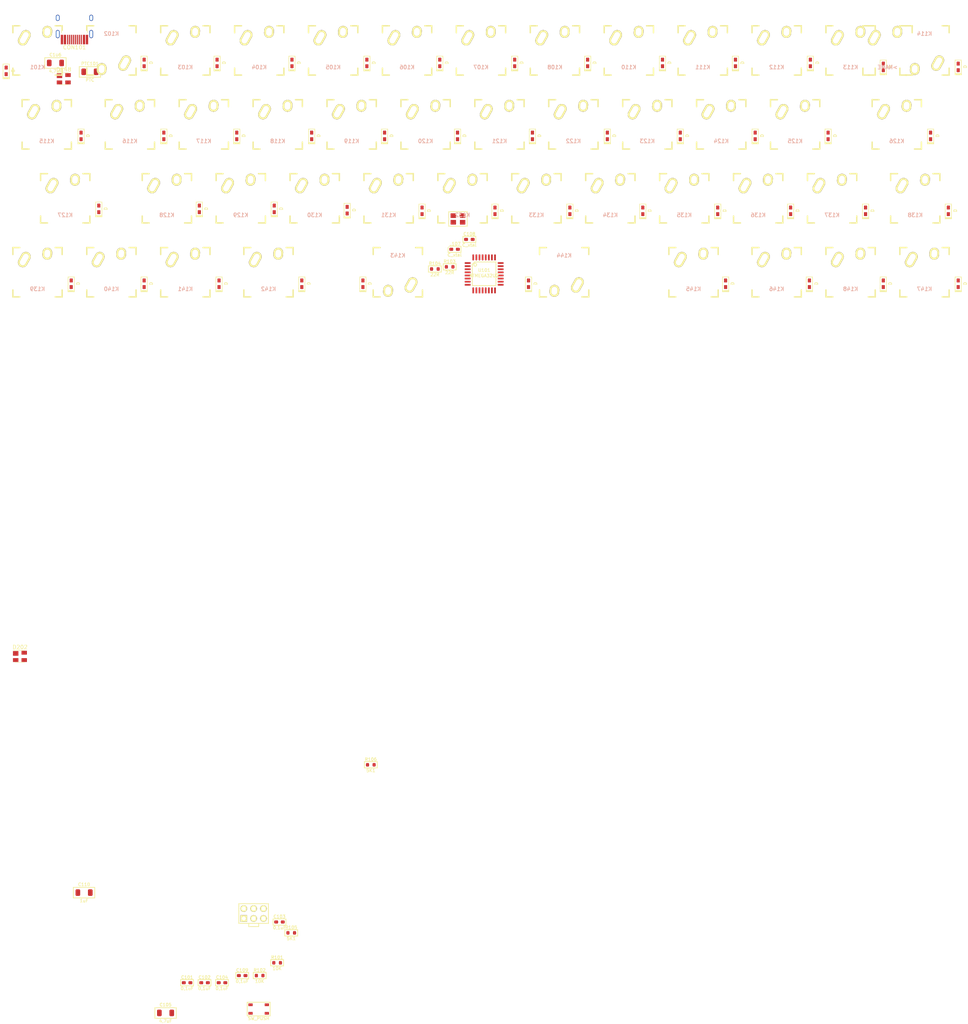
<source format=kicad_pcb>
(kicad_pcb (version 20171130) (host pcbnew "(5.1.4-0-10_14)")
  (layers (0 F.Cu signal) (31 B.Cu signal) (34 B.Paste user) (35 F.Paste user) (36 B.SilkS user) (37 F.SilkS user) (38 B.Mask user) (39 F.Mask user) (44 Edge.Cuts user))
  (net 0 "")
  (net 1 +5V)
  (net 2 "Net-(C107-Pad1)")
  (net 3 "Net-(C108-Pad1)")
  (net 4 /RST)
  (net 5 "Net-(C110-Pad2)")
  (net 6 "Net-(CON101-Pad6)")
  (net 7 "Net-(CON101-Pad5)")
  (net 8 "Net-(CON101-Pad9)")
  (net 9 "Net-(CON101-Pad4)")
  (net 10 "Net-(CON101-Pad10)")
  (net 11 "Net-(CON101-Pad3)")
  (net 12 "Net-(CON101-Pad11)")
  (net 13 /MISO)
  (net 14 /PB1)
  (net 15 /MOSI)
  (net 16 /PD0)
  (net 17 "Net-(D101-Pad2)")
  (net 18 "Net-(D102-Pad2)")
  (net 19 "Net-(D103-Pad2)")
  (net 20 "Net-(D104-Pad2)")
  (net 21 "Net-(D105-Pad2)")
  (net 22 "Net-(D106-Pad2)")
  (net 23 "Net-(D107-Pad2)")
  (net 24 "Net-(D108-Pad2)")
  (net 25 "Net-(D109-Pad2)")
  (net 26 "Net-(D110-Pad2)")
  (net 27 "Net-(D111-Pad2)")
  (net 28 "Net-(D112-Pad2)")
  (net 29 "Net-(D113-Pad2)")
  (net 30 "Net-(D114-Pad2)")
  (net 31 /PD1)
  (net 32 "Net-(D115-Pad2)")
  (net 33 "Net-(D116-Pad2)")
  (net 34 "Net-(D117-Pad2)")
  (net 35 "Net-(D118-Pad2)")
  (net 36 "Net-(D119-Pad2)")
  (net 37 "Net-(D120-Pad2)")
  (net 38 "Net-(D121-Pad2)")
  (net 39 "Net-(D122-Pad2)")
  (net 40 "Net-(D123-Pad2)")
  (net 41 "Net-(D124-Pad2)")
  (net 42 "Net-(D125-Pad2)")
  (net 43 "Net-(D126-Pad2)")
  (net 44 /PD2)
  (net 45 "Net-(D127-Pad2)")
  (net 46 "Net-(D128-Pad2)")
  (net 47 "Net-(D129-Pad2)")
  (net 48 "Net-(D130-Pad2)")
  (net 49 "Net-(D131-Pad2)")
  (net 50 "Net-(D132-Pad2)")
  (net 51 "Net-(D133-Pad2)")
  (net 52 "Net-(D134-Pad2)")
  (net 53 "Net-(D135-Pad2)")
  (net 54 "Net-(D136-Pad2)")
  (net 55 "Net-(D137-Pad2)")
  (net 56 "Net-(D138-Pad2)")
  (net 57 /PD4)
  (net 58 "Net-(D139-Pad2)")
  (net 59 "Net-(D140-Pad2)")
  (net 60 "Net-(D141-Pad2)")
  (net 61 "Net-(D142-Pad2)")
  (net 62 "Net-(D143-Pad2)")
  (net 63 "Net-(D144-Pad2)")
  (net 64 "Net-(D145-Pad2)")
  (net 65 "Net-(D146-Pad2)")
  (net 66 "Net-(D147-Pad2)")
  (net 67 /D-)
  (net 68 /D+)
  (net 69 /PC4)
  (net 70 /PC5)
  (net 71 /PC6)
  (net 72 /PB6)
  (net 73 /PB5)
  (net 74 /PB4)
  (net 75 /PB0)
  (net 76 /PD6)
  (net 77 "Net-(K113-Pad2)")
  (net 78 /PD5)
  (net 79 /PC2)
  (net 80 "Net-(R102-Pad1)")
  (net 81 /PB7)
  (net 82 /PC7)
  (net 83 /DN)
  (net 84 /DP)
  (net 85 /PD3)
  (net 86 "Net-(D148-Pad1)")
  (net 87 "Net-(D148-Pad4)")
  (net 88 "Net-(CON102-Pad2)")
  (net 89 GND)
  (module Package_TO_SOT_SMD:SOT-143 (layer F.Cu) (at 125.476 294.132)
    (fp_text reference D202 (at 0.02 -2.38) (layer F.SilkS))
    (fp_text value PRTR5V0U2X)
    (pad 4 smd rect (at 1.1 -0.95 270) (size 1 1.4) (layers F.Cu F.Paste F.Mask) (net 1 +5V))
    (pad 3 smd rect (at 1.1 0.95 270) (size 1 1.4) (layers F.Cu F.Paste F.Mask) (net 68 /D+))
    (pad 2 smd rect (at -1.1 0.95 270) (size 1 1.4) (layers F.Cu F.Paste F.Mask) (net 67 /D-))
    (pad 1 smd rect (at -1.1 -0.77 270) (size 1.2 1.4) (layers F.Cu F.Paste F.Mask) (net 89 GND))
  )
  (module keebs:Mx_Alps_200 (layer F.Cu) (at 349.075 138)
    (fp_text reference >NAME (at 0 4.318) (layer B.SilkS) (effects (font (thickness 0.2)) (justify mirror)))
    (fp_text value >VALUE hide)
    (pad 2 thru_hole oval (at 2.52 -4.79 356.1) (size 2.5 3.08) (drill oval 1.5 2.08) (layers *.Cu *.Mask F.SilkS) (net 77 "Net-(K113-Pad2)"))
    (pad 1 thru_hole oval (at -3.405 -3.27 331) (size 2.5 4.17) (drill oval 1.5 3.17) (layers *.Cu *.Mask F.SilkS) (net 78 /PD5))
    (pad HOLE np_thru_hole circle (at 11.938 8.255) (size 3.9878 3.9878) (drill 3.9878) (layers *.Cu))
    (pad HOLE np_thru_hole circle (at -11.938 8.255) (size 3.9878 3.9878) (drill 3.9878) (layers *.Cu))
    (pad HOLE np_thru_hole circle (at 11.938 -6.985) (size 3.048 3.048) (drill 3.048) (layers *.Cu))
    (pad HOLE np_thru_hole circle (at -11.938 -6.985) (size 3.048 3.048) (drill 3.048) (layers *.Cu))
    (pad HOLE np_thru_hole circle (at 5.08 0) (size 1.7018 1.7018) (drill 1.7018) (layers *.Cu))
    (pad HOLE np_thru_hole circle (at -5.08 0) (size 1.7018 1.7018) (drill 1.7018) (layers *.Cu))
    (pad HOLE np_thru_hole circle (at 0 0) (size 3.9878 3.9878) (drill 3.9878) (layers *.Cu))
  )
  (module keebs:Mx_Alps_125 (layer F.Cu) (at 299.07038 195.15)
    (fp_text reference K145 (at 0 4.318) (layer B.SilkS) (effects (font (thickness 0.2)) (justify mirror)))
    (fp_text value KEYSW hide)
    (pad 2 thru_hole oval (at 2.52 -4.79 356.1) (size 2.5 3.08) (drill oval 1.5 2.08) (layers *.Cu *.Mask F.SilkS) (net 63 "Net-(D144-Pad2)"))
    (pad 1 thru_hole oval (at -3.405 -3.27 330.95) (size 2.5 4.17) (drill oval 1.5 3.17) (layers *.Cu *.Mask F.SilkS) (net 15 /MOSI))
    (pad HOLE np_thru_hole circle (at 5.08 0) (size 1.7018 1.7018) (drill 1.7018) (layers *.Cu))
    (pad HOLE np_thru_hole circle (at -5.08 0) (size 1.7018 1.7018) (drill 1.7018) (layers *.Cu))
    (pad HOLE np_thru_hole circle (at 0 0) (size 3.9878 3.9878) (drill 3.9878) (layers *.Cu))
  )
  (module keebs:Mx_Alps_225 (layer F.Cu) (at 265.731792 195.15 180)
    (fp_text reference K144 (at 0 4.318) (layer B.SilkS) (effects (font (thickness 0.2)) (justify mirror)))
    (fp_text value KEYSW hide)
    (pad 2 thru_hole oval (at 2.52 -4.79 176.1) (size 2.5 3.08) (drill oval 1.5 2.08) (layers *.Cu *.Mask F.SilkS) (net 62 "Net-(D143-Pad2)"))
    (pad 1 thru_hole oval (at -3.405 -3.27 150.95) (size 2.5 4.17) (drill oval 1.5 3.17) (layers *.Cu *.Mask F.SilkS) (net 13 /MISO))
    (pad HOLE np_thru_hole circle (at 11.938 8.255 180) (size 3.9878 3.9878) (drill 3.9878) (layers *.Cu))
    (pad HOLE np_thru_hole circle (at -11.938 8.255 180) (size 3.9878 3.9878) (drill 3.9878) (layers *.Cu))
    (pad HOLE np_thru_hole circle (at 11.938 -6.985 180) (size 3.048 3.048) (drill 3.048) (layers *.Cu))
    (pad HOLE np_thru_hole circle (at -11.938 -6.985 180) (size 3.048 3.048) (drill 3.048) (layers *.Cu))
    (pad HOLE np_thru_hole circle (at 5.08 0 180) (size 1.7018 1.7018) (drill 1.7018) (layers *.Cu))
    (pad HOLE np_thru_hole circle (at -5.08 0 180) (size 1.7018 1.7018) (drill 1.7018) (layers *.Cu))
    (pad HOLE np_thru_hole circle (at 0 0 180) (size 3.9878 3.9878) (drill 3.9878) (layers *.Cu))
  )
  (module keebs:Mx_Alps_225 (layer F.Cu) (at 222.868204 195.15 180)
    (fp_text reference K143 (at 0 4.318) (layer B.SilkS) (effects (font (thickness 0.2)) (justify mirror)))
    (fp_text value KEYSW hide)
    (pad 2 thru_hole oval (at 2.52 -4.79 176.1) (size 2.5 3.08) (drill oval 1.5 2.08) (layers *.Cu *.Mask F.SilkS) (net 61 "Net-(D142-Pad2)"))
    (pad 1 thru_hole oval (at -3.405 -3.27 150.95) (size 2.5 4.17) (drill oval 1.5 3.17) (layers *.Cu *.Mask F.SilkS) (net 74 /PB4))
    (pad HOLE np_thru_hole circle (at 11.938 8.255 180) (size 3.9878 3.9878) (drill 3.9878) (layers *.Cu))
    (pad HOLE np_thru_hole circle (at -11.938 8.255 180) (size 3.9878 3.9878) (drill 3.9878) (layers *.Cu))
    (pad HOLE np_thru_hole circle (at 11.938 -6.985 180) (size 3.048 3.048) (drill 3.048) (layers *.Cu))
    (pad HOLE np_thru_hole circle (at -11.938 -6.985 180) (size 3.048 3.048) (drill 3.048) (layers *.Cu))
    (pad HOLE np_thru_hole circle (at 5.08 0 180) (size 1.7018 1.7018) (drill 1.7018) (layers *.Cu))
    (pad HOLE np_thru_hole circle (at -5.08 0 180) (size 1.7018 1.7018) (drill 1.7018) (layers *.Cu))
    (pad HOLE np_thru_hole circle (at 0 0 180) (size 3.9878 3.9878) (drill 3.9878) (layers *.Cu))
  )
  (module keebs:Mx_Alps_125 (layer F.Cu) (at 189.529616 195.15)
    (fp_text reference K142 (at 0 4.318) (layer B.SilkS) (effects (font (thickness 0.2)) (justify mirror)))
    (fp_text value KEYSW hide)
    (pad 2 thru_hole oval (at 2.52 -4.79 356.1) (size 2.5 3.08) (drill oval 1.5 2.08) (layers *.Cu *.Mask F.SilkS) (net 60 "Net-(D141-Pad2)"))
    (pad 1 thru_hole oval (at -3.405 -3.27 330.95) (size 2.5 4.17) (drill oval 1.5 3.17) (layers *.Cu *.Mask F.SilkS) (net 73 /PB5))
    (pad HOLE np_thru_hole circle (at 5.08 0) (size 1.7018 1.7018) (drill 1.7018) (layers *.Cu))
    (pad HOLE np_thru_hole circle (at -5.08 0) (size 1.7018 1.7018) (drill 1.7018) (layers *.Cu))
    (pad HOLE np_thru_hole circle (at 0 0) (size 3.9878 3.9878) (drill 3.9878) (layers *.Cu))
  )
  (module keebs:Mx_Alps_100 (layer F.Cu) (at 358.6 195.15)
    (fp_text reference K147 (at 0 4.318) (layer B.SilkS) (effects (font (thickness 0.2)) (justify mirror)))
    (fp_text value KEYSW hide)
    (pad 2 thru_hole oval (at 2.52 -4.79 356.1) (size 2.5 3.08) (drill oval 1.5 2.08) (layers *.Cu *.Mask F.SilkS) (net 65 "Net-(D146-Pad2)"))
    (pad 1 thru_hole oval (at -3.405 -3.27 330.95) (size 2.5 4.17) (drill oval 1.5 3.17) (layers *.Cu *.Mask F.SilkS) (net 75 /PB0))
    (pad HOLE np_thru_hole circle (at 5.08 0) (size 1.7018 1.7018) (drill 1.7018) (layers *.Cu))
    (pad HOLE np_thru_hole circle (at -5.08 0) (size 1.7018 1.7018) (drill 1.7018) (layers *.Cu))
    (pad HOLE np_thru_hole circle (at 0 0) (size 3.9878 3.9878) (drill 3.9878) (layers *.Cu))
  )
  (module keebs:Mx_Alps_125 (layer F.Cu) (at 356.21875 176.1)
    (fp_text reference K138 (at 0 4.318) (layer B.SilkS) (effects (font (thickness 0.2)) (justify mirror)))
    (fp_text value KEYSW hide)
    (pad 2 thru_hole oval (at 2.52 -4.79 356.1) (size 2.5 3.08) (drill oval 1.5 2.08) (layers *.Cu *.Mask F.SilkS) (net 55 "Net-(D137-Pad2)"))
    (pad 1 thru_hole oval (at -3.405 -3.27 330.95) (size 2.5 4.17) (drill oval 1.5 3.17) (layers *.Cu *.Mask F.SilkS) (net 78 /PD5))
    (pad HOLE np_thru_hole circle (at 5.08 0) (size 1.7018 1.7018) (drill 1.7018) (layers *.Cu))
    (pad HOLE np_thru_hole circle (at -5.08 0) (size 1.7018 1.7018) (drill 1.7018) (layers *.Cu))
    (pad HOLE np_thru_hole circle (at 0 0) (size 3.9878 3.9878) (drill 3.9878) (layers *.Cu))
  )
  (module keebs:Mx_Alps_175 (layer F.Cu) (at 351.45625 157.05)
    (fp_text reference K126 (at 0 4.318) (layer B.SilkS) (effects (font (thickness 0.2)) (justify mirror)))
    (fp_text value KEYSW hide)
    (pad 2 thru_hole oval (at 2.52 -4.79 356.1) (size 2.5 3.08) (drill oval 1.5 2.08) (layers *.Cu *.Mask F.SilkS) (net 42 "Net-(D125-Pad2)"))
    (pad 1 thru_hole oval (at -3.405 -3.27 330.95) (size 2.5 4.17) (drill oval 1.5 3.17) (layers *.Cu *.Mask F.SilkS) (net 78 /PD5))
    (pad HOLE np_thru_hole circle (at 5.08 0) (size 1.7018 1.7018) (drill 1.7018) (layers *.Cu))
    (pad HOLE np_thru_hole circle (at -5.08 0) (size 1.7018 1.7018) (drill 1.7018) (layers *.Cu))
    (pad HOLE np_thru_hole circle (at 0 0) (size 3.9878 3.9878) (drill 3.9878) (layers *.Cu))
  )
  (module keebs:Mx_Alps_100 (layer F.Cu) (at 315.7375 176.1)
    (fp_text reference K136 (at 0 4.318) (layer B.SilkS) (effects (font (thickness 0.2)) (justify mirror)))
    (fp_text value KEYSW hide)
    (pad HOLE np_thru_hole circle (at 0 0) (size 3.9878 3.9878) (drill 3.9878) (layers *.Cu))
    (pad HOLE np_thru_hole circle (at -5.08 0) (size 1.7018 1.7018) (drill 1.7018) (layers *.Cu))
    (pad HOLE np_thru_hole circle (at 5.08 0) (size 1.7018 1.7018) (drill 1.7018) (layers *.Cu))
    (pad 1 thru_hole oval (at -3.405 -3.27 330.95) (size 2.5 4.17) (drill oval 1.5 3.17) (layers *.Cu *.Mask F.SilkS) (net 75 /PB0))
    (pad 2 thru_hole oval (at 2.52 -4.79 356.1) (size 2.5 3.08) (drill oval 1.5 2.08) (layers *.Cu *.Mask F.SilkS) (net 53 "Net-(D135-Pad2)"))
  )
  (module keebs:Mx_Alps_175 (layer F.Cu) (at 137.14375 176.1)
    (fp_text reference K127 (at 0 4.318) (layer B.SilkS) (effects (font (thickness 0.2)) (justify mirror)))
    (fp_text value KEYSW hide)
    (pad 2 thru_hole oval (at 2.52 -4.79 356.1) (size 2.5 3.08) (drill oval 1.5 2.08) (layers *.Cu *.Mask F.SilkS) (net 43 "Net-(D126-Pad2)"))
    (pad 1 thru_hole oval (at -3.405 -3.27 330.95) (size 2.5 4.17) (drill oval 1.5 3.17) (layers *.Cu *.Mask F.SilkS) (net 69 /PC4))
    (pad HOLE np_thru_hole circle (at 5.08 0) (size 1.7018 1.7018) (drill 1.7018) (layers *.Cu))
    (pad HOLE np_thru_hole circle (at -5.08 0) (size 1.7018 1.7018) (drill 1.7018) (layers *.Cu))
    (pad HOLE np_thru_hole circle (at 0 0) (size 3.9878 3.9878) (drill 3.9878) (layers *.Cu))
  )
  (module keebs:Mx_Alps_100 (layer F.Cu) (at 339.55 138)
    (fp_text reference K113 (at 0 4.318) (layer B.SilkS) (effects (font (thickness 0.2)) (justify mirror)))
    (fp_text value KEYSW hide)
    (pad 2 thru_hole oval (at 2.52 -4.79 356.1) (size 2.5 3.08) (drill oval 1.5 2.08) (layers *.Cu *.Mask F.SilkS) (net 28 "Net-(D112-Pad2)"))
    (pad 1 thru_hole oval (at -3.405 -3.27 330.95) (size 2.5 4.17) (drill oval 1.5 3.17) (layers *.Cu *.Mask F.SilkS) (net 78 /PD5))
    (pad HOLE np_thru_hole circle (at 5.08 0) (size 1.7018 1.7018) (drill 1.7018) (layers *.Cu))
    (pad HOLE np_thru_hole circle (at -5.08 0) (size 1.7018 1.7018) (drill 1.7018) (layers *.Cu))
    (pad HOLE np_thru_hole circle (at 0 0) (size 3.9878 3.9878) (drill 3.9878) (layers *.Cu))
  )
  (module keebs:Mx_Alps_125 (layer F.Cu) (at 132.38125 157.05)
    (fp_text reference K115 (at 0 4.318) (layer B.SilkS) (effects (font (thickness 0.2)) (justify mirror)))
    (fp_text value KEYSW hide)
    (pad 2 thru_hole oval (at 2.52 -4.79 356.1) (size 2.5 3.08) (drill oval 1.5 2.08) (layers *.Cu *.Mask F.SilkS) (net 30 "Net-(D114-Pad2)"))
    (pad 1 thru_hole oval (at -3.405 -3.27 330.95) (size 2.5 4.17) (drill oval 1.5 3.17) (layers *.Cu *.Mask F.SilkS) (net 69 /PC4))
    (pad HOLE np_thru_hole circle (at 5.08 0) (size 1.7018 1.7018) (drill 1.7018) (layers *.Cu))
    (pad HOLE np_thru_hole circle (at -5.08 0) (size 1.7018 1.7018) (drill 1.7018) (layers *.Cu))
    (pad HOLE np_thru_hole circle (at 0 0) (size 3.9878 3.9878) (drill 3.9878) (layers *.Cu))
  )
  (module keebs:Mx_Alps_100 (layer F.Cu) (at 339.55 195.15)
    (fp_text reference K148 (at 0 4.318) (layer B.SilkS) (effects (font (thickness 0.2)) (justify mirror)))
    (fp_text value KEYSW hide)
    (pad HOLE np_thru_hole circle (at 0 0) (size 3.9878 3.9878) (drill 3.9878) (layers *.Cu))
    (pad HOLE np_thru_hole circle (at -5.08 0) (size 1.7018 1.7018) (drill 1.7018) (layers *.Cu))
    (pad HOLE np_thru_hole circle (at 5.08 0) (size 1.7018 1.7018) (drill 1.7018) (layers *.Cu))
    (pad 1 thru_hole oval (at -3.405 -3.27 330.95) (size 2.5 4.17) (drill oval 1.5 3.17) (layers *.Cu *.Mask F.SilkS) (net 76 /PD6))
    (pad 2 thru_hole oval (at 2.52 -4.79 356.1) (size 2.5 3.08) (drill oval 1.5 2.08) (layers *.Cu *.Mask F.SilkS) (net 66 "Net-(D147-Pad2)"))
  )
  (module keebs:Mx_Alps_100 (layer F.Cu) (at 320.501448 195.15)
    (fp_text reference K146 (at 0 4.318) (layer B.SilkS) (effects (font (thickness 0.2)) (justify mirror)))
    (fp_text value KEYSW hide)
    (pad 2 thru_hole oval (at 2.52 -4.79 356.1) (size 2.5 3.08) (drill oval 1.5 2.08) (layers *.Cu *.Mask F.SilkS) (net 64 "Net-(D145-Pad2)"))
    (pad 1 thru_hole oval (at -3.405 -3.27 330.95) (size 2.5 4.17) (drill oval 1.5 3.17) (layers *.Cu *.Mask F.SilkS) (net 14 /PB1))
    (pad HOLE np_thru_hole circle (at 5.08 0) (size 1.7018 1.7018) (drill 1.7018) (layers *.Cu))
    (pad HOLE np_thru_hole circle (at -5.08 0) (size 1.7018 1.7018) (drill 1.7018) (layers *.Cu))
    (pad HOLE np_thru_hole circle (at 0 0) (size 3.9878 3.9878) (drill 3.9878) (layers *.Cu))
  )
  (module keebs:Mx_Alps_100 (layer F.Cu) (at 168.098548 195.15)
    (fp_text reference K141 (at 0 4.318) (layer B.SilkS) (effects (font (thickness 0.2)) (justify mirror)))
    (fp_text value KEYSW hide)
    (pad 2 thru_hole oval (at 2.52 -4.79 356.1) (size 2.5 3.08) (drill oval 1.5 2.08) (layers *.Cu *.Mask F.SilkS) (net 59 "Net-(D140-Pad2)"))
    (pad 1 thru_hole oval (at -3.405 -3.27 330.95) (size 2.5 4.17) (drill oval 1.5 3.17) (layers *.Cu *.Mask F.SilkS) (net 72 /PB6))
    (pad HOLE np_thru_hole circle (at 5.08 0) (size 1.7018 1.7018) (drill 1.7018) (layers *.Cu))
    (pad HOLE np_thru_hole circle (at -5.08 0) (size 1.7018 1.7018) (drill 1.7018) (layers *.Cu))
    (pad HOLE np_thru_hole circle (at 0 0) (size 3.9878 3.9878) (drill 3.9878) (layers *.Cu))
  )
  (module keebs:Mx_Alps_100 (layer F.Cu) (at 149.05 195.15)
    (fp_text reference K140 (at 0 4.318) (layer B.SilkS) (effects (font (thickness 0.2)) (justify mirror)))
    (fp_text value KEYSW hide)
    (pad 2 thru_hole oval (at 2.52 -4.79 356.1) (size 2.5 3.08) (drill oval 1.5 2.08) (layers *.Cu *.Mask F.SilkS) (net 58 "Net-(D139-Pad2)"))
    (pad 1 thru_hole oval (at -3.405 -3.27 330.95) (size 2.5 4.17) (drill oval 1.5 3.17) (layers *.Cu *.Mask F.SilkS) (net 71 /PC6))
    (pad HOLE np_thru_hole circle (at 5.08 0) (size 1.7018 1.7018) (drill 1.7018) (layers *.Cu))
    (pad HOLE np_thru_hole circle (at -5.08 0) (size 1.7018 1.7018) (drill 1.7018) (layers *.Cu))
    (pad HOLE np_thru_hole circle (at 0 0) (size 3.9878 3.9878) (drill 3.9878) (layers *.Cu))
  )
  (module keebs:Mx_Alps_100 (layer F.Cu) (at 130 195.15)
    (fp_text reference K139 (at 0 4.318) (layer B.SilkS) (effects (font (thickness 0.2)) (justify mirror)))
    (fp_text value KEYSW hide)
    (pad 2 thru_hole oval (at 2.52 -4.79 356.1) (size 2.5 3.08) (drill oval 1.5 2.08) (layers *.Cu *.Mask F.SilkS) (net 56 "Net-(D138-Pad2)"))
    (pad 1 thru_hole oval (at -3.405 -3.27 330.95) (size 2.5 4.17) (drill oval 1.5 3.17) (layers *.Cu *.Mask F.SilkS) (net 70 /PC5))
    (pad HOLE np_thru_hole circle (at 5.08 0) (size 1.7018 1.7018) (drill 1.7018) (layers *.Cu))
    (pad HOLE np_thru_hole circle (at -5.08 0) (size 1.7018 1.7018) (drill 1.7018) (layers *.Cu))
    (pad HOLE np_thru_hole circle (at 0 0) (size 3.9878 3.9878) (drill 3.9878) (layers *.Cu))
  )
  (module keebs:Mx_Alps_100 (layer F.Cu) (at 334.7875 176.1)
    (fp_text reference K137 (at 0 4.318) (layer B.SilkS) (effects (font (thickness 0.2)) (justify mirror)))
    (fp_text value KEYSW hide)
    (pad HOLE np_thru_hole circle (at 0 0) (size 3.9878 3.9878) (drill 3.9878) (layers *.Cu))
    (pad HOLE np_thru_hole circle (at -5.08 0) (size 1.7018 1.7018) (drill 1.7018) (layers *.Cu))
    (pad HOLE np_thru_hole circle (at 5.08 0) (size 1.7018 1.7018) (drill 1.7018) (layers *.Cu))
    (pad 1 thru_hole oval (at -3.405 -3.27 330.95) (size 2.5 4.17) (drill oval 1.5 3.17) (layers *.Cu *.Mask F.SilkS) (net 76 /PD6))
    (pad 2 thru_hole oval (at 2.52 -4.79 356.1) (size 2.5 3.08) (drill oval 1.5 2.08) (layers *.Cu *.Mask F.SilkS) (net 54 "Net-(D136-Pad2)"))
  )
  (module keebs:Mx_Alps_100 (layer F.Cu) (at 296.6875 176.1)
    (fp_text reference K135 (at 0 4.318) (layer B.SilkS) (effects (font (thickness 0.2)) (justify mirror)))
    (fp_text value KEYSW hide)
    (pad 2 thru_hole oval (at 2.52 -4.79 356.1) (size 2.5 3.08) (drill oval 1.5 2.08) (layers *.Cu *.Mask F.SilkS) (net 52 "Net-(D134-Pad2)"))
    (pad 1 thru_hole oval (at -3.405 -3.27 330.95) (size 2.5 4.17) (drill oval 1.5 3.17) (layers *.Cu *.Mask F.SilkS) (net 14 /PB1))
    (pad HOLE np_thru_hole circle (at 5.08 0) (size 1.7018 1.7018) (drill 1.7018) (layers *.Cu))
    (pad HOLE np_thru_hole circle (at -5.08 0) (size 1.7018 1.7018) (drill 1.7018) (layers *.Cu))
    (pad HOLE np_thru_hole circle (at 0 0) (size 3.9878 3.9878) (drill 3.9878) (layers *.Cu))
  )
  (module keebs:Mx_Alps_100 (layer F.Cu) (at 277.6375 176.1)
    (fp_text reference K134 (at 0 4.318) (layer B.SilkS) (effects (font (thickness 0.2)) (justify mirror)))
    (fp_text value KEYSW hide)
    (pad 2 thru_hole oval (at 2.52 -4.79 356.1) (size 2.5 3.08) (drill oval 1.5 2.08) (layers *.Cu *.Mask F.SilkS) (net 51 "Net-(D133-Pad2)"))
    (pad 1 thru_hole oval (at -3.405 -3.27 330.95) (size 2.5 4.17) (drill oval 1.5 3.17) (layers *.Cu *.Mask F.SilkS) (net 15 /MOSI))
    (pad HOLE np_thru_hole circle (at 5.08 0) (size 1.7018 1.7018) (drill 1.7018) (layers *.Cu))
    (pad HOLE np_thru_hole circle (at -5.08 0) (size 1.7018 1.7018) (drill 1.7018) (layers *.Cu))
    (pad HOLE np_thru_hole circle (at 0 0) (size 3.9878 3.9878) (drill 3.9878) (layers *.Cu))
  )
  (module keebs:Mx_Alps_100 (layer F.Cu) (at 258.5875 176.1)
    (fp_text reference K133 (at 0 4.318) (layer B.SilkS) (effects (font (thickness 0.2)) (justify mirror)))
    (fp_text value KEYSW hide)
    (pad 2 thru_hole oval (at 2.52 -4.79 356.1) (size 2.5 3.08) (drill oval 1.5 2.08) (layers *.Cu *.Mask F.SilkS) (net 50 "Net-(D132-Pad2)"))
    (pad 1 thru_hole oval (at -3.405 -3.27 330.95) (size 2.5 4.17) (drill oval 1.5 3.17) (layers *.Cu *.Mask F.SilkS) (net 13 /MISO))
    (pad HOLE np_thru_hole circle (at 5.08 0) (size 1.7018 1.7018) (drill 1.7018) (layers *.Cu))
    (pad HOLE np_thru_hole circle (at -5.08 0) (size 1.7018 1.7018) (drill 1.7018) (layers *.Cu))
    (pad HOLE np_thru_hole circle (at 0 0) (size 3.9878 3.9878) (drill 3.9878) (layers *.Cu))
  )
  (module keebs:Mx_Alps_100 (layer F.Cu) (at 239.5375 176.1)
    (fp_text reference K132 (at 0 4.318) (layer B.SilkS) (effects (font (thickness 0.2)) (justify mirror)))
    (fp_text value KEYSW hide)
    (pad 2 thru_hole oval (at 2.52 -4.79 356.1) (size 2.5 3.08) (drill oval 1.5 2.08) (layers *.Cu *.Mask F.SilkS) (net 49 "Net-(D131-Pad2)"))
    (pad 1 thru_hole oval (at -3.405 -3.27 330.95) (size 2.5 4.17) (drill oval 1.5 3.17) (layers *.Cu *.Mask F.SilkS) (net 74 /PB4))
    (pad HOLE np_thru_hole circle (at 5.08 0) (size 1.7018 1.7018) (drill 1.7018) (layers *.Cu))
    (pad HOLE np_thru_hole circle (at -5.08 0) (size 1.7018 1.7018) (drill 1.7018) (layers *.Cu))
    (pad HOLE np_thru_hole circle (at 0 0) (size 3.9878 3.9878) (drill 3.9878) (layers *.Cu))
  )
  (module keebs:Mx_Alps_100 (layer F.Cu) (at 220.4875 176.1)
    (fp_text reference K131 (at 0 4.318) (layer B.SilkS) (effects (font (thickness 0.2)) (justify mirror)))
    (fp_text value KEYSW hide)
    (pad 2 thru_hole oval (at 2.52 -4.79 356.1) (size 2.5 3.08) (drill oval 1.5 2.08) (layers *.Cu *.Mask F.SilkS) (net 48 "Net-(D130-Pad2)"))
    (pad 1 thru_hole oval (at -3.405 -3.27 330.95) (size 2.5 4.17) (drill oval 1.5 3.17) (layers *.Cu *.Mask F.SilkS) (net 73 /PB5))
    (pad HOLE np_thru_hole circle (at 5.08 0) (size 1.7018 1.7018) (drill 1.7018) (layers *.Cu))
    (pad HOLE np_thru_hole circle (at -5.08 0) (size 1.7018 1.7018) (drill 1.7018) (layers *.Cu))
    (pad HOLE np_thru_hole circle (at 0 0) (size 3.9878 3.9878) (drill 3.9878) (layers *.Cu))
  )
  (module keebs:Mx_Alps_100 (layer F.Cu) (at 201.4375 176.1)
    (fp_text reference K130 (at 0 4.318) (layer B.SilkS) (effects (font (thickness 0.2)) (justify mirror)))
    (fp_text value KEYSW hide)
    (pad 2 thru_hole oval (at 2.52 -4.79 356.1) (size 2.5 3.08) (drill oval 1.5 2.08) (layers *.Cu *.Mask F.SilkS) (net 47 "Net-(D129-Pad2)"))
    (pad 1 thru_hole oval (at -3.405 -3.27 330.95) (size 2.5 4.17) (drill oval 1.5 3.17) (layers *.Cu *.Mask F.SilkS) (net 72 /PB6))
    (pad HOLE np_thru_hole circle (at 5.08 0) (size 1.7018 1.7018) (drill 1.7018) (layers *.Cu))
    (pad HOLE np_thru_hole circle (at -5.08 0) (size 1.7018 1.7018) (drill 1.7018) (layers *.Cu))
    (pad HOLE np_thru_hole circle (at 0 0) (size 3.9878 3.9878) (drill 3.9878) (layers *.Cu))
  )
  (module keebs:Mx_Alps_100 (layer F.Cu) (at 182.3875 176.1)
    (fp_text reference K129 (at 0 4.318) (layer B.SilkS) (effects (font (thickness 0.2)) (justify mirror)))
    (fp_text value KEYSW hide)
    (pad 2 thru_hole oval (at 2.52 -4.79 356.1) (size 2.5 3.08) (drill oval 1.5 2.08) (layers *.Cu *.Mask F.SilkS) (net 46 "Net-(D128-Pad2)"))
    (pad 1 thru_hole oval (at -3.405 -3.27 330.95) (size 2.5 4.17) (drill oval 1.5 3.17) (layers *.Cu *.Mask F.SilkS) (net 71 /PC6))
    (pad HOLE np_thru_hole circle (at 5.08 0) (size 1.7018 1.7018) (drill 1.7018) (layers *.Cu))
    (pad HOLE np_thru_hole circle (at -5.08 0) (size 1.7018 1.7018) (drill 1.7018) (layers *.Cu))
    (pad HOLE np_thru_hole circle (at 0 0) (size 3.9878 3.9878) (drill 3.9878) (layers *.Cu))
  )
  (module keebs:Mx_Alps_100 (layer F.Cu) (at 163.3375 176.1)
    (fp_text reference K128 (at 0 4.318) (layer B.SilkS) (effects (font (thickness 0.2)) (justify mirror)))
    (fp_text value KEYSW hide)
    (pad 2 thru_hole oval (at 2.52 -4.79 356.1) (size 2.5 3.08) (drill oval 1.5 2.08) (layers *.Cu *.Mask F.SilkS) (net 45 "Net-(D127-Pad2)"))
    (pad 1 thru_hole oval (at -3.405 -3.27 330.95) (size 2.5 4.17) (drill oval 1.5 3.17) (layers *.Cu *.Mask F.SilkS) (net 70 /PC5))
    (pad HOLE np_thru_hole circle (at 5.08 0) (size 1.7018 1.7018) (drill 1.7018) (layers *.Cu))
    (pad HOLE np_thru_hole circle (at -5.08 0) (size 1.7018 1.7018) (drill 1.7018) (layers *.Cu))
    (pad HOLE np_thru_hole circle (at 0 0) (size 3.9878 3.9878) (drill 3.9878) (layers *.Cu))
  )
  (module keebs:Mx_Alps_100 (layer F.Cu) (at 325.2625 157.05)
    (fp_text reference K125 (at 0 4.318) (layer B.SilkS) (effects (font (thickness 0.2)) (justify mirror)))
    (fp_text value KEYSW hide)
    (pad HOLE np_thru_hole circle (at 0 0) (size 3.9878 3.9878) (drill 3.9878) (layers *.Cu))
    (pad HOLE np_thru_hole circle (at -5.08 0) (size 1.7018 1.7018) (drill 1.7018) (layers *.Cu))
    (pad HOLE np_thru_hole circle (at 5.08 0) (size 1.7018 1.7018) (drill 1.7018) (layers *.Cu))
    (pad 1 thru_hole oval (at -3.405 -3.27 330.95) (size 2.5 4.17) (drill oval 1.5 3.17) (layers *.Cu *.Mask F.SilkS) (net 76 /PD6))
    (pad 2 thru_hole oval (at 2.52 -4.79 356.1) (size 2.5 3.08) (drill oval 1.5 2.08) (layers *.Cu *.Mask F.SilkS) (net 41 "Net-(D124-Pad2)"))
  )
  (module keebs:Mx_Alps_100 (layer F.Cu) (at 306.2125 157.05)
    (fp_text reference K124 (at 0 4.318) (layer B.SilkS) (effects (font (thickness 0.2)) (justify mirror)))
    (fp_text value KEYSW hide)
    (pad HOLE np_thru_hole circle (at 0 0) (size 3.9878 3.9878) (drill 3.9878) (layers *.Cu))
    (pad HOLE np_thru_hole circle (at -5.08 0) (size 1.7018 1.7018) (drill 1.7018) (layers *.Cu))
    (pad HOLE np_thru_hole circle (at 5.08 0) (size 1.7018 1.7018) (drill 1.7018) (layers *.Cu))
    (pad 1 thru_hole oval (at -3.405 -3.27 330.95) (size 2.5 4.17) (drill oval 1.5 3.17) (layers *.Cu *.Mask F.SilkS) (net 75 /PB0))
    (pad 2 thru_hole oval (at 2.52 -4.79 356.1) (size 2.5 3.08) (drill oval 1.5 2.08) (layers *.Cu *.Mask F.SilkS) (net 40 "Net-(D123-Pad2)"))
  )
  (module keebs:Mx_Alps_100 (layer F.Cu) (at 287.1625 157.05)
    (fp_text reference K123 (at 0 4.318) (layer B.SilkS) (effects (font (thickness 0.2)) (justify mirror)))
    (fp_text value KEYSW hide)
    (pad HOLE np_thru_hole circle (at 0 0) (size 3.9878 3.9878) (drill 3.9878) (layers *.Cu))
    (pad HOLE np_thru_hole circle (at -5.08 0) (size 1.7018 1.7018) (drill 1.7018) (layers *.Cu))
    (pad HOLE np_thru_hole circle (at 5.08 0) (size 1.7018 1.7018) (drill 1.7018) (layers *.Cu))
    (pad 1 thru_hole oval (at -3.405 -3.27 330.95) (size 2.5 4.17) (drill oval 1.5 3.17) (layers *.Cu *.Mask F.SilkS) (net 14 /PB1))
    (pad 2 thru_hole oval (at 2.52 -4.79 356.1) (size 2.5 3.08) (drill oval 1.5 2.08) (layers *.Cu *.Mask F.SilkS) (net 39 "Net-(D122-Pad2)"))
  )
  (module keebs:Mx_Alps_100 (layer F.Cu) (at 268.1125 157.05)
    (fp_text reference K122 (at 0 4.318) (layer B.SilkS) (effects (font (thickness 0.2)) (justify mirror)))
    (fp_text value KEYSW hide)
    (pad 2 thru_hole oval (at 2.52 -4.79 356.1) (size 2.5 3.08) (drill oval 1.5 2.08) (layers *.Cu *.Mask F.SilkS) (net 38 "Net-(D121-Pad2)"))
    (pad 1 thru_hole oval (at -3.405 -3.27 330.95) (size 2.5 4.17) (drill oval 1.5 3.17) (layers *.Cu *.Mask F.SilkS) (net 15 /MOSI))
    (pad HOLE np_thru_hole circle (at 5.08 0) (size 1.7018 1.7018) (drill 1.7018) (layers *.Cu))
    (pad HOLE np_thru_hole circle (at -5.08 0) (size 1.7018 1.7018) (drill 1.7018) (layers *.Cu))
    (pad HOLE np_thru_hole circle (at 0 0) (size 3.9878 3.9878) (drill 3.9878) (layers *.Cu))
  )
  (module keebs:Mx_Alps_100 (layer F.Cu) (at 249.0625 157.05)
    (fp_text reference K121 (at 0 4.318) (layer B.SilkS) (effects (font (thickness 0.2)) (justify mirror)))
    (fp_text value KEYSW hide)
    (pad HOLE np_thru_hole circle (at 0 0) (size 3.9878 3.9878) (drill 3.9878) (layers *.Cu))
    (pad HOLE np_thru_hole circle (at -5.08 0) (size 1.7018 1.7018) (drill 1.7018) (layers *.Cu))
    (pad HOLE np_thru_hole circle (at 5.08 0) (size 1.7018 1.7018) (drill 1.7018) (layers *.Cu))
    (pad 1 thru_hole oval (at -3.405 -3.27 330.95) (size 2.5 4.17) (drill oval 1.5 3.17) (layers *.Cu *.Mask F.SilkS) (net 13 /MISO))
    (pad 2 thru_hole oval (at 2.52 -4.79 356.1) (size 2.5 3.08) (drill oval 1.5 2.08) (layers *.Cu *.Mask F.SilkS) (net 37 "Net-(D120-Pad2)"))
  )
  (module keebs:Mx_Alps_100 (layer F.Cu) (at 230.0125 157.05)
    (fp_text reference K120 (at 0 4.318) (layer B.SilkS) (effects (font (thickness 0.2)) (justify mirror)))
    (fp_text value KEYSW hide)
    (pad HOLE np_thru_hole circle (at 0 0) (size 3.9878 3.9878) (drill 3.9878) (layers *.Cu))
    (pad HOLE np_thru_hole circle (at -5.08 0) (size 1.7018 1.7018) (drill 1.7018) (layers *.Cu))
    (pad HOLE np_thru_hole circle (at 5.08 0) (size 1.7018 1.7018) (drill 1.7018) (layers *.Cu))
    (pad 1 thru_hole oval (at -3.405 -3.27 330.95) (size 2.5 4.17) (drill oval 1.5 3.17) (layers *.Cu *.Mask F.SilkS) (net 74 /PB4))
    (pad 2 thru_hole oval (at 2.52 -4.79 356.1) (size 2.5 3.08) (drill oval 1.5 2.08) (layers *.Cu *.Mask F.SilkS) (net 36 "Net-(D119-Pad2)"))
  )
  (module keebs:Mx_Alps_100 (layer F.Cu) (at 210.9625 157.05)
    (fp_text reference K119 (at 0 4.318) (layer B.SilkS) (effects (font (thickness 0.2)) (justify mirror)))
    (fp_text value KEYSW hide)
    (pad HOLE np_thru_hole circle (at 0 0) (size 3.9878 3.9878) (drill 3.9878) (layers *.Cu))
    (pad HOLE np_thru_hole circle (at -5.08 0) (size 1.7018 1.7018) (drill 1.7018) (layers *.Cu))
    (pad HOLE np_thru_hole circle (at 5.08 0) (size 1.7018 1.7018) (drill 1.7018) (layers *.Cu))
    (pad 1 thru_hole oval (at -3.405 -3.27 330.95) (size 2.5 4.17) (drill oval 1.5 3.17) (layers *.Cu *.Mask F.SilkS) (net 73 /PB5))
    (pad 2 thru_hole oval (at 2.52 -4.79 356.1) (size 2.5 3.08) (drill oval 1.5 2.08) (layers *.Cu *.Mask F.SilkS) (net 35 "Net-(D118-Pad2)"))
  )
  (module keebs:Mx_Alps_100 (layer F.Cu) (at 191.9125 157.05)
    (fp_text reference K118 (at 0 4.318) (layer B.SilkS) (effects (font (thickness 0.2)) (justify mirror)))
    (fp_text value KEYSW hide)
    (pad 2 thru_hole oval (at 2.52 -4.79 356.1) (size 2.5 3.08) (drill oval 1.5 2.08) (layers *.Cu *.Mask F.SilkS) (net 34 "Net-(D117-Pad2)"))
    (pad 1 thru_hole oval (at -3.405 -3.27 330.95) (size 2.5 4.17) (drill oval 1.5 3.17) (layers *.Cu *.Mask F.SilkS) (net 72 /PB6))
    (pad HOLE np_thru_hole circle (at 5.08 0) (size 1.7018 1.7018) (drill 1.7018) (layers *.Cu))
    (pad HOLE np_thru_hole circle (at -5.08 0) (size 1.7018 1.7018) (drill 1.7018) (layers *.Cu))
    (pad HOLE np_thru_hole circle (at 0 0) (size 3.9878 3.9878) (drill 3.9878) (layers *.Cu))
  )
  (module keebs:Mx_Alps_100 (layer F.Cu) (at 172.8625 157.05)
    (fp_text reference K117 (at 0 4.318) (layer B.SilkS) (effects (font (thickness 0.2)) (justify mirror)))
    (fp_text value KEYSW hide)
    (pad HOLE np_thru_hole circle (at 0 0) (size 3.9878 3.9878) (drill 3.9878) (layers *.Cu))
    (pad HOLE np_thru_hole circle (at -5.08 0) (size 1.7018 1.7018) (drill 1.7018) (layers *.Cu))
    (pad HOLE np_thru_hole circle (at 5.08 0) (size 1.7018 1.7018) (drill 1.7018) (layers *.Cu))
    (pad 1 thru_hole oval (at -3.405 -3.27 330.95) (size 2.5 4.17) (drill oval 1.5 3.17) (layers *.Cu *.Mask F.SilkS) (net 71 /PC6))
    (pad 2 thru_hole oval (at 2.52 -4.79 356.1) (size 2.5 3.08) (drill oval 1.5 2.08) (layers *.Cu *.Mask F.SilkS) (net 33 "Net-(D116-Pad2)"))
  )
  (module keebs:Mx_Alps_100 (layer F.Cu) (at 153.8125 157.05)
    (fp_text reference K116 (at 0 4.318) (layer B.SilkS) (effects (font (thickness 0.2)) (justify mirror)))
    (fp_text value KEYSW hide)
    (pad HOLE np_thru_hole circle (at 0 0) (size 3.9878 3.9878) (drill 3.9878) (layers *.Cu))
    (pad HOLE np_thru_hole circle (at -5.08 0) (size 1.7018 1.7018) (drill 1.7018) (layers *.Cu))
    (pad HOLE np_thru_hole circle (at 5.08 0) (size 1.7018 1.7018) (drill 1.7018) (layers *.Cu))
    (pad 1 thru_hole oval (at -3.405 -3.27 330.95) (size 2.5 4.17) (drill oval 1.5 3.17) (layers *.Cu *.Mask F.SilkS) (net 70 /PC5))
    (pad 2 thru_hole oval (at 2.52 -4.79 356.1) (size 2.5 3.08) (drill oval 1.5 2.08) (layers *.Cu *.Mask F.SilkS) (net 32 "Net-(D115-Pad2)"))
  )
  (module keebs:Mx_Alps_100 (layer F.Cu) (at 358.6 138 180)
    (fp_text reference K114 (at 0 4.318) (layer B.SilkS) (effects (font (thickness 0.2)) (justify mirror)))
    (fp_text value KEYSW hide)
    (pad HOLE np_thru_hole circle (at 0 0 180) (size 3.9878 3.9878) (drill 3.9878) (layers *.Cu))
    (pad HOLE np_thru_hole circle (at -5.08 0 180) (size 1.7018 1.7018) (drill 1.7018) (layers *.Cu))
    (pad HOLE np_thru_hole circle (at 5.08 0 180) (size 1.7018 1.7018) (drill 1.7018) (layers *.Cu))
    (pad 1 thru_hole oval (at -3.405 -3.27 150.95) (size 2.5 4.17) (drill oval 1.5 3.17) (layers *.Cu *.Mask F.SilkS) (net 79 /PC2))
    (pad 2 thru_hole oval (at 2.52 -4.79 176.1) (size 2.5 3.08) (drill oval 1.5 2.08) (layers *.Cu *.Mask F.SilkS) (net 29 "Net-(D113-Pad2)"))
  )
  (module keebs:Mx_Alps_100 (layer F.Cu) (at 320.5 138)
    (fp_text reference K112 (at 0 4.318) (layer B.SilkS) (effects (font (thickness 0.2)) (justify mirror)))
    (fp_text value KEYSW hide)
    (pad HOLE np_thru_hole circle (at 0 0) (size 3.9878 3.9878) (drill 3.9878) (layers *.Cu))
    (pad HOLE np_thru_hole circle (at -5.08 0) (size 1.7018 1.7018) (drill 1.7018) (layers *.Cu))
    (pad HOLE np_thru_hole circle (at 5.08 0) (size 1.7018 1.7018) (drill 1.7018) (layers *.Cu))
    (pad 1 thru_hole oval (at -3.405 -3.27 330.95) (size 2.5 4.17) (drill oval 1.5 3.17) (layers *.Cu *.Mask F.SilkS) (net 76 /PD6))
    (pad 2 thru_hole oval (at 2.52 -4.79 356.1) (size 2.5 3.08) (drill oval 1.5 2.08) (layers *.Cu *.Mask F.SilkS) (net 27 "Net-(D111-Pad2)"))
  )
  (module keebs:Mx_Alps_100 (layer F.Cu) (at 301.45 138)
    (fp_text reference K111 (at 0 4.318) (layer B.SilkS) (effects (font (thickness 0.2)) (justify mirror)))
    (fp_text value KEYSW hide)
    (pad HOLE np_thru_hole circle (at 0 0) (size 3.9878 3.9878) (drill 3.9878) (layers *.Cu))
    (pad HOLE np_thru_hole circle (at -5.08 0) (size 1.7018 1.7018) (drill 1.7018) (layers *.Cu))
    (pad HOLE np_thru_hole circle (at 5.08 0) (size 1.7018 1.7018) (drill 1.7018) (layers *.Cu))
    (pad 1 thru_hole oval (at -3.405 -3.27 330.95) (size 2.5 4.17) (drill oval 1.5 3.17) (layers *.Cu *.Mask F.SilkS) (net 75 /PB0))
    (pad 2 thru_hole oval (at 2.52 -4.79 356.1) (size 2.5 3.08) (drill oval 1.5 2.08) (layers *.Cu *.Mask F.SilkS) (net 26 "Net-(D110-Pad2)"))
  )
  (module keebs:Mx_Alps_100 (layer F.Cu) (at 282.4 138)
    (fp_text reference K110 (at 0 4.318) (layer B.SilkS) (effects (font (thickness 0.2)) (justify mirror)))
    (fp_text value KEYSW hide)
    (pad HOLE np_thru_hole circle (at 0 0) (size 3.9878 3.9878) (drill 3.9878) (layers *.Cu))
    (pad HOLE np_thru_hole circle (at -5.08 0) (size 1.7018 1.7018) (drill 1.7018) (layers *.Cu))
    (pad HOLE np_thru_hole circle (at 5.08 0) (size 1.7018 1.7018) (drill 1.7018) (layers *.Cu))
    (pad 1 thru_hole oval (at -3.405 -3.27 330.95) (size 2.5 4.17) (drill oval 1.5 3.17) (layers *.Cu *.Mask F.SilkS) (net 14 /PB1))
    (pad 2 thru_hole oval (at 2.52 -4.79 356.1) (size 2.5 3.08) (drill oval 1.5 2.08) (layers *.Cu *.Mask F.SilkS) (net 25 "Net-(D109-Pad2)"))
  )
  (module keebs:Mx_Alps_100 (layer F.Cu) (at 263.35 138)
    (fp_text reference K108 (at 0 4.318) (layer B.SilkS) (effects (font (thickness 0.2)) (justify mirror)))
    (fp_text value KEYSW hide)
    (pad HOLE np_thru_hole circle (at 0 0) (size 3.9878 3.9878) (drill 3.9878) (layers *.Cu))
    (pad HOLE np_thru_hole circle (at -5.08 0) (size 1.7018 1.7018) (drill 1.7018) (layers *.Cu))
    (pad HOLE np_thru_hole circle (at 5.08 0) (size 1.7018 1.7018) (drill 1.7018) (layers *.Cu))
    (pad 1 thru_hole oval (at -3.405 -3.27 330.95) (size 2.5 4.17) (drill oval 1.5 3.17) (layers *.Cu *.Mask F.SilkS) (net 15 /MOSI))
    (pad 2 thru_hole oval (at 2.52 -4.79 356.1) (size 2.5 3.08) (drill oval 1.5 2.08) (layers *.Cu *.Mask F.SilkS) (net 24 "Net-(D108-Pad2)"))
  )
  (module keebs:Mx_Alps_100 (layer F.Cu) (at 244.3 138)
    (fp_text reference K107 (at 0 4.318) (layer B.SilkS) (effects (font (thickness 0.2)) (justify mirror)))
    (fp_text value KEYSW hide)
    (pad HOLE np_thru_hole circle (at 0 0) (size 3.9878 3.9878) (drill 3.9878) (layers *.Cu))
    (pad HOLE np_thru_hole circle (at -5.08 0) (size 1.7018 1.7018) (drill 1.7018) (layers *.Cu))
    (pad HOLE np_thru_hole circle (at 5.08 0) (size 1.7018 1.7018) (drill 1.7018) (layers *.Cu))
    (pad 1 thru_hole oval (at -3.405 -3.27 330.95) (size 2.5 4.17) (drill oval 1.5 3.17) (layers *.Cu *.Mask F.SilkS) (net 13 /MISO))
    (pad 2 thru_hole oval (at 2.52 -4.79 356.1) (size 2.5 3.08) (drill oval 1.5 2.08) (layers *.Cu *.Mask F.SilkS) (net 23 "Net-(D107-Pad2)"))
  )
  (module keebs:Mx_Alps_100 (layer F.Cu) (at 225.25 138)
    (fp_text reference K106 (at 0 4.318) (layer B.SilkS) (effects (font (thickness 0.2)) (justify mirror)))
    (fp_text value KEYSW hide)
    (pad HOLE np_thru_hole circle (at 0 0) (size 3.9878 3.9878) (drill 3.9878) (layers *.Cu))
    (pad HOLE np_thru_hole circle (at -5.08 0) (size 1.7018 1.7018) (drill 1.7018) (layers *.Cu))
    (pad HOLE np_thru_hole circle (at 5.08 0) (size 1.7018 1.7018) (drill 1.7018) (layers *.Cu))
    (pad 1 thru_hole oval (at -3.405 -3.27 330.95) (size 2.5 4.17) (drill oval 1.5 3.17) (layers *.Cu *.Mask F.SilkS) (net 74 /PB4))
    (pad 2 thru_hole oval (at 2.52 -4.79 356.1) (size 2.5 3.08) (drill oval 1.5 2.08) (layers *.Cu *.Mask F.SilkS) (net 22 "Net-(D106-Pad2)"))
  )
  (module keebs:Mx_Alps_100 (layer F.Cu) (at 206.2 138)
    (fp_text reference K105 (at 0 4.318) (layer B.SilkS) (effects (font (thickness 0.2)) (justify mirror)))
    (fp_text value KEYSW hide)
    (pad HOLE np_thru_hole circle (at 0 0) (size 3.9878 3.9878) (drill 3.9878) (layers *.Cu))
    (pad HOLE np_thru_hole circle (at -5.08 0) (size 1.7018 1.7018) (drill 1.7018) (layers *.Cu))
    (pad HOLE np_thru_hole circle (at 5.08 0) (size 1.7018 1.7018) (drill 1.7018) (layers *.Cu))
    (pad 1 thru_hole oval (at -3.405 -3.27 330.95) (size 2.5 4.17) (drill oval 1.5 3.17) (layers *.Cu *.Mask F.SilkS) (net 73 /PB5))
    (pad 2 thru_hole oval (at 2.52 -4.79 356.1) (size 2.5 3.08) (drill oval 1.5 2.08) (layers *.Cu *.Mask F.SilkS) (net 21 "Net-(D105-Pad2)"))
  )
  (module keebs:Mx_Alps_100 (layer F.Cu) (at 187.15 138)
    (fp_text reference K104 (at 0 4.318) (layer B.SilkS) (effects (font (thickness 0.2)) (justify mirror)))
    (fp_text value KEYSW hide)
    (pad HOLE np_thru_hole circle (at 0 0) (size 3.9878 3.9878) (drill 3.9878) (layers *.Cu))
    (pad HOLE np_thru_hole circle (at -5.08 0) (size 1.7018 1.7018) (drill 1.7018) (layers *.Cu))
    (pad HOLE np_thru_hole circle (at 5.08 0) (size 1.7018 1.7018) (drill 1.7018) (layers *.Cu))
    (pad 1 thru_hole oval (at -3.405 -3.27 330.95) (size 2.5 4.17) (drill oval 1.5 3.17) (layers *.Cu *.Mask F.SilkS) (net 72 /PB6))
    (pad 2 thru_hole oval (at 2.52 -4.79 356.1) (size 2.5 3.08) (drill oval 1.5 2.08) (layers *.Cu *.Mask F.SilkS) (net 20 "Net-(D104-Pad2)"))
  )
  (module keebs:Mx_Alps_100 (layer F.Cu) (at 168.1 138)
    (fp_text reference K103 (at 0 4.318) (layer B.SilkS) (effects (font (thickness 0.2)) (justify mirror)))
    (fp_text value KEYSW hide)
    (pad HOLE np_thru_hole circle (at 0 0) (size 3.9878 3.9878) (drill 3.9878) (layers *.Cu))
    (pad HOLE np_thru_hole circle (at -5.08 0) (size 1.7018 1.7018) (drill 1.7018) (layers *.Cu))
    (pad HOLE np_thru_hole circle (at 5.08 0) (size 1.7018 1.7018) (drill 1.7018) (layers *.Cu))
    (pad 1 thru_hole oval (at -3.405 -3.27 330.95) (size 2.5 4.17) (drill oval 1.5 3.17) (layers *.Cu *.Mask F.SilkS) (net 71 /PC6))
    (pad 2 thru_hole oval (at 2.52 -4.79 356.1) (size 2.5 3.08) (drill oval 1.5 2.08) (layers *.Cu *.Mask F.SilkS) (net 19 "Net-(D103-Pad2)"))
  )
  (module keebs:Mx_Alps_100 (layer F.Cu) (at 149.05 138 180)
    (fp_text reference K102 (at 0 4.318) (layer B.SilkS) (effects (font (thickness 0.2)) (justify mirror)))
    (fp_text value KEYSW hide)
    (pad 2 thru_hole oval (at 2.52 -4.79 176.1) (size 2.5 3.08) (drill oval 1.5 2.08) (layers *.Cu *.Mask F.SilkS) (net 18 "Net-(D102-Pad2)"))
    (pad 1 thru_hole oval (at -3.405 -3.27 150.95) (size 2.5 4.17) (drill oval 1.5 3.17) (layers *.Cu *.Mask F.SilkS) (net 70 /PC5))
    (pad HOLE np_thru_hole circle (at 5.08 0 180) (size 1.7018 1.7018) (drill 1.7018) (layers *.Cu))
    (pad HOLE np_thru_hole circle (at -5.08 0 180) (size 1.7018 1.7018) (drill 1.7018) (layers *.Cu))
    (pad HOLE np_thru_hole circle (at 0 0 180) (size 3.9878 3.9878) (drill 3.9878) (layers *.Cu))
  )
  (module keebs:Mx_Alps_100 (layer F.Cu) (at 130 138)
    (fp_text reference K101 (at 0 4.318) (layer B.SilkS) (effects (font (thickness 0.2)) (justify mirror)))
    (fp_text value KEYSW hide)
    (pad HOLE np_thru_hole circle (at 0 0) (size 3.9878 3.9878) (drill 3.9878) (layers *.Cu))
    (pad HOLE np_thru_hole circle (at -5.08 0) (size 1.7018 1.7018) (drill 1.7018) (layers *.Cu))
    (pad HOLE np_thru_hole circle (at 5.08 0) (size 1.7018 1.7018) (drill 1.7018) (layers *.Cu))
    (pad 1 thru_hole oval (at -3.405 -3.27 330.95) (size 2.5 4.17) (drill oval 1.5 3.17) (layers *.Cu *.Mask F.SilkS) (net 69 /PC4))
    (pad 2 thru_hole oval (at 2.52 -4.79 356.1) (size 2.5 3.08) (drill oval 1.5 2.08) (layers *.Cu *.Mask F.SilkS) (net 17 "Net-(D101-Pad2)"))
  )
  (module keyboard_parts:SW_ALPS_SKRP (layer F.Cu) (at 187 385)
    (fp_text reference SW101 hide)
    (fp_text value SW_PUSH (at 0 2.425) (layer F.SilkS) (effects (font (size 0.8 0.8) (thickness 0.1524))))
    (pad 1 smd rect (at 2.1 -1.1) (size 1.1 0.7) (layers F.Cu F.Paste F.Mask) (net 4 /RST))
    (pad 1 smd rect (at -2.1 -1.1) (size 1.1 0.7) (layers F.Cu F.Paste F.Mask) (net 4 /RST))
    (pad 2 smd rect (at -2.1 1.1) (size 1.1 0.7) (layers F.Cu F.Paste F.Mask) (net 89 GND))
    (pad 2 smd rect (at 2.1 1.1) (size 1.1 0.7) (layers F.Cu F.Paste F.Mask) (net 89 GND))
  )
  (module keyboard_parts:C_3216_rev2 (layer F.Cu) (at 142 355)
    (fp_text reference C110 (at 0 -2.1) (layer F.SilkS) (effects (font (size 0.8 0.8))))
    (fp_text value 1uF (at 0 2.1) (layer F.SilkS) (effects (font (size 0.8 0.8))))
    (pad 2 smd roundrect (at 1.5 0) (size 1.2 1.7) (drill (offset 0.1 0)) (layers F.Cu F.Paste F.Mask) (net 5 "Net-(C110-Pad2)"))
    (pad 1 smd roundrect (at -1.5 0) (size 1.2 1.7) (drill (offset -0.1 0)) (layers F.Cu F.Paste F.Mask) (net 89 GND))
  )
  (module keyboard_parts:FA-238 (layer F.Cu) (at 238.36 181.42)
    (fp_text reference X101 hide)
    (fp_text value XTAL_GND hide)
    (pad 3 smd rect (at 1.1 0.8) (size 1.4 1.2) (drill (offset 0.1 0.05)) (layers F.Cu F.Paste F.Mask) (net 89 GND) (clearance 0.2))
    (pad 1 smd rect (at -1.1 0.8) (size 1.4 1.2) (drill (offset -0.1 0.05)) (layers F.Cu F.Paste F.Mask) (net 2 "Net-(C107-Pad1)") (clearance 0.2))
    (pad 2 smd rect (at 1.1 -0.8) (size 1.4 1.2) (drill (offset 0.1 -0.05)) (layers F.Cu F.Paste F.Mask) (net 3 "Net-(C108-Pad1)") (clearance 0.2))
    (pad 3 smd rect (at -1.1 -0.8) (size 1.4 1.2) (drill (offset -0.1 -0.05)) (layers F.Cu F.Paste F.Mask) (net 89 GND) (clearance 0.2))
  )
  (module keyboard_parts:C_1608_rev2 (layer F.Cu) (at 168.550001 378.220001)
    (fp_text reference C101 (at 0 -1.4) (layer F.SilkS) (effects (font (size 0.8 0.8))))
    (fp_text value 0,1uF (at 0 1.475) (layer F.SilkS) (effects (font (size 0.8 0.8))))
    (pad 1 smd roundrect (at -0.85 0) (size 1 0.8) (layers F.Cu F.Paste F.Mask) (net 1 +5V) (clearance 0.1))
    (pad 2 smd roundrect (at 0.85 0) (size 1 0.8) (layers F.Cu F.Paste F.Mask) (net 89 GND) (clearance 0.1))
  )
  (module keyboard_parts:C_1608_rev2 (layer F.Cu) (at 173.050001 378.220001)
    (fp_text reference C102 (at 0 -1.4) (layer F.SilkS) (effects (font (size 0.8 0.8))))
    (fp_text value 0,1uF (at 0 1.475) (layer F.SilkS) (effects (font (size 0.8 0.8))))
    (pad 2 smd roundrect (at 0.85 0) (size 1 0.8) (layers F.Cu F.Paste F.Mask) (net 89 GND) (clearance 0.1))
    (pad 1 smd roundrect (at -0.85 0) (size 1 0.8) (layers F.Cu F.Paste F.Mask) (net 1 +5V) (clearance 0.1))
  )
  (module keyboard_parts:C_1608_rev2 (layer F.Cu) (at 192.360001 362.570001)
    (fp_text reference C103 (at 0 -1.4) (layer F.SilkS) (effects (font (size 0.8 0.8))))
    (fp_text value 0,1uF (at 0 1.475) (layer F.SilkS) (effects (font (size 0.8 0.8))))
    (pad 2 smd roundrect (at 0.85 0) (size 1 0.8) (layers F.Cu F.Paste F.Mask) (net 89 GND) (clearance 0.1))
    (pad 1 smd roundrect (at -0.85 0) (size 1 0.8) (layers F.Cu F.Paste F.Mask) (net 1 +5V) (clearance 0.1))
  )
  (module keyboard_parts:C_1608_rev2 (layer F.Cu) (at 177.550001 378.220001)
    (fp_text reference C104 (at 0 -1.4) (layer F.SilkS) (effects (font (size 0.8 0.8))))
    (fp_text value 0,1uF (at 0 1.475) (layer F.SilkS) (effects (font (size 0.8 0.8))))
    (pad 1 smd roundrect (at -0.85 0) (size 1 0.8) (layers F.Cu F.Paste F.Mask) (net 1 +5V) (clearance 0.1))
    (pad 2 smd roundrect (at 0.85 0) (size 1 0.8) (layers F.Cu F.Paste F.Mask) (net 89 GND) (clearance 0.1))
  )
  (module keyboard_parts:C_3216_rev2 (layer F.Cu) (at 163 386)
    (fp_text reference C105 (at 0 -2.1) (layer F.SilkS) (effects (font (size 0.8 0.8))))
    (fp_text value 4,7uF (at 0 2.1) (layer F.SilkS) (effects (font (size 0.8 0.8))))
    (pad 2 smd roundrect (at 1.5 0) (size 1.2 1.7) (drill (offset 0.1 0)) (layers F.Cu F.Paste F.Mask) (net 89 GND))
    (pad 1 smd roundrect (at -1.5 0) (size 1.2 1.7) (drill (offset -0.1 0)) (layers F.Cu F.Paste F.Mask) (net 1 +5V))
  )
  (module keyboard_parts:C_3216_rev2 (layer F.Cu) (at 134.62 141.224)
    (fp_text reference C106 (at 0 -2.1) (layer F.SilkS) (effects (font (size 0.8 0.8))))
    (fp_text value 4,7uF (at 0 2.1) (layer F.SilkS) (effects (font (size 0.8 0.8))))
    (pad 1 smd roundrect (at -1.5 0) (size 1.2 1.7) (drill (offset -0.1 0)) (layers F.Cu F.Paste F.Mask) (net 1 +5V))
    (pad 2 smd roundrect (at 1.5 0) (size 1.2 1.7) (drill (offset 0.1 0)) (layers F.Cu F.Paste F.Mask) (net 89 GND))
  )
  (module keyboard_parts:C_1608_rev2 (layer F.Cu) (at 237.49 189.23)
    (fp_text reference C107 (at 0 -1.4) (layer F.SilkS) (effects (font (size 0.8 0.8))))
    (fp_text value C_xtal (at 0 1.475) (layer F.SilkS) (effects (font (size 0.8 0.8))))
    (pad 2 smd roundrect (at 0.85 0) (size 1 0.8) (layers F.Cu F.Paste F.Mask) (net 89 GND) (clearance 0.1))
    (pad 1 smd roundrect (at -0.85 0) (size 1 0.8) (layers F.Cu F.Paste F.Mask) (net 2 "Net-(C107-Pad1)") (clearance 0.1))
  )
  (module keyboard_parts:C_1608_rev2 (layer F.Cu) (at 241.3 186.69)
    (fp_text reference C108 (at 0 -1.4) (layer F.SilkS) (effects (font (size 0.8 0.8))))
    (fp_text value C_xtal (at 0 1.475) (layer F.SilkS) (effects (font (size 0.8 0.8))))
    (pad 1 smd roundrect (at -0.85 0) (size 1 0.8) (layers F.Cu F.Paste F.Mask) (net 3 "Net-(C108-Pad1)") (clearance 0.1))
    (pad 2 smd roundrect (at 0.85 0) (size 1 0.8) (layers F.Cu F.Paste F.Mask) (net 89 GND) (clearance 0.1))
  )
  (module keyboard_parts:C_1608_rev2 (layer F.Cu) (at 182.750001 376.380001)
    (fp_text reference C109 (at 0 -1.4) (layer F.SilkS) (effects (font (size 0.8 0.8))))
    (fp_text value 0,1uF (at 0 1.475) (layer F.SilkS) (effects (font (size 0.8 0.8))))
    (pad 2 smd roundrect (at 0.85 0) (size 1 0.8) (layers F.Cu F.Paste F.Mask) (net 89 GND) (clearance 0.1))
    (pad 1 smd roundrect (at -0.85 0) (size 1 0.8) (layers F.Cu F.Paste F.Mask) (net 4 /RST) (clearance 0.1))
  )
  (module Type-C:HRO-TYPE-C-31-M-12-HandSoldering (layer F.Cu) (at 139.525 127 180)
    (fp_text reference CON101 (at 0 -10.2) (layer F.SilkS))
    (fp_text value HRO-TYPE-C-31-M-12)
    (pad 13 thru_hole oval (at 4.32 -2.6 180) (size 1 1.6) (drill oval 0.6 1.2) (layers *.Cu B.Mask) (net 89 GND))
    (pad 13 thru_hole oval (at -4.32 -2.6 180) (size 1 1.6) (drill oval 0.6 1.2) (layers *.Cu B.Mask) (net 89 GND))
    (pad 13 thru_hole oval (at 4.32 -6.78 180) (size 1 2.1) (drill oval 0.6 1.7) (layers *.Cu B.Mask) (net 89 GND))
    (pad 13 thru_hole oval (at -4.32 -6.78 180) (size 1 2.1) (drill oval 0.6 1.7) (layers *.Cu B.Mask) (net 89 GND))
    (pad "" np_thru_hole circle (at -2.89 -6.25 180) (size 0.65 0.65) (drill 0.65) (layers *.Cu *.Mask))
    (pad "" np_thru_hole circle (at 2.89 -6.25 180) (size 0.65 0.65) (drill 0.65) (layers *.Cu *.Mask))
    (pad 6 smd rect (at -0.25 -8.195 180) (size 0.3 2.45) (layers F.Cu F.Paste F.Mask) (net 6 "Net-(CON101-Pad6)"))
    (pad 7 smd rect (at 0.25 -8.195 180) (size 0.3 2.45) (layers F.Cu F.Paste F.Mask) (net 7 "Net-(CON101-Pad5)"))
    (pad 8 smd rect (at 0.75 -8.195 180) (size 0.3 2.45) (layers F.Cu F.Paste F.Mask) (net 6 "Net-(CON101-Pad6)"))
    (pad 5 smd rect (at -0.75 -8.195 180) (size 0.3 2.45) (layers F.Cu F.Paste F.Mask) (net 7 "Net-(CON101-Pad5)"))
    (pad 9 smd rect (at 1.25 -8.195 180) (size 0.3 2.45) (layers F.Cu F.Paste F.Mask) (net 8 "Net-(CON101-Pad9)"))
    (pad 4 smd rect (at -1.25 -8.195 180) (size 0.3 2.45) (layers F.Cu F.Paste F.Mask) (net 9 "Net-(CON101-Pad4)"))
    (pad 10 smd rect (at 1.75 -8.195 180) (size 0.3 2.45) (layers F.Cu F.Paste F.Mask) (net 10 "Net-(CON101-Pad10)"))
    (pad 3 smd rect (at -1.75 -8.195 180) (size 0.3 2.45) (layers F.Cu F.Paste F.Mask) (net 11 "Net-(CON101-Pad3)"))
    (pad 2 smd rect (at -2.45 -8.195 180) (size 0.6 2.45) (layers F.Cu F.Paste F.Mask) (net 12 "Net-(CON101-Pad11)"))
    (pad 11 smd rect (at 2.45 -8.195 180) (size 0.6 2.45) (layers F.Cu F.Paste F.Mask) (net 12 "Net-(CON101-Pad11)"))
    (pad 1 smd rect (at -3.225 -8.195 180) (size 0.6 2.45) (layers F.Cu F.Paste F.Mask) (net 89 GND))
    (pad 12 smd rect (at 3.225 -8.195 180) (size 0.6 2.45) (layers F.Cu F.Paste F.Mask) (net 89 GND))
  )
  (module keyboard_parts:AVR_ICSP_3x2 (layer F.Cu) (at 185.701601 360.391601)
    (fp_text reference CON102 hide)
    (fp_text value CONN_3X2 hide)
    (pad 1 thru_hole rect (at -2.54 1.27) (size 1.7 1.7) (drill 1.016) (layers *.Cu *.Mask F.SilkS) (net 13 /MISO))
    (pad 2 thru_hole circle (at -2.54 -1.27) (size 1.7 1.7) (drill 1.016) (layers *.Cu *.Mask F.SilkS) (net 88 "Net-(CON102-Pad2)"))
    (pad 3 thru_hole circle (at 0 1.27) (size 1.7 1.7) (drill 1.016) (layers *.Cu *.Mask F.SilkS) (net 14 /PB1))
    (pad 4 thru_hole circle (at 0 -1.27) (size 1.7 1.7) (drill 1.016) (layers *.Cu *.Mask F.SilkS) (net 15 /MOSI))
    (pad 5 thru_hole circle (at 2.54 1.27) (size 1.7 1.7) (drill 1.016) (layers *.Cu *.Mask F.SilkS) (net 4 /RST))
    (pad 6 thru_hole circle (at 2.54 -1.27) (size 1.7 1.7) (drill 1.016) (layers *.Cu *.Mask F.SilkS) (net 1 +5V))
  )
  (module keyboard_parts:D_SC79 (layer F.Cu) (at 121.92 143.256 90)
    (fp_text reference D101 hide)
    (fp_text value D (at 0.05 1.8 90) (layer F.SilkS) (effects (font (size 0.8 0.8))))
    (pad 1 smd rect (at -0.85 0 90) (size 1 0.8) (layers F.Cu F.Paste F.Mask) (net 16 /PD0))
    (pad 2 smd rect (at 0.85 0 90) (size 1 0.8) (layers F.Cu F.Paste F.Mask) (net 17 "Net-(D101-Pad2)"))
  )
  (module keyboard_parts:D_SC79 (layer F.Cu) (at 157.48 141.224 90)
    (fp_text reference D102 hide)
    (fp_text value D (at 0.05 1.8 90) (layer F.SilkS) (effects (font (size 0.8 0.8))))
    (pad 2 smd rect (at 0.85 0 90) (size 1 0.8) (layers F.Cu F.Paste F.Mask) (net 18 "Net-(D102-Pad2)"))
    (pad 1 smd rect (at -0.85 0 90) (size 1 0.8) (layers F.Cu F.Paste F.Mask) (net 16 /PD0))
  )
  (module keyboard_parts:D_SC79 (layer F.Cu) (at 176.276 141.224 90)
    (fp_text reference D103 hide)
    (fp_text value D (at 0.05 1.8 90) (layer F.SilkS) (effects (font (size 0.8 0.8))))
    (pad 1 smd rect (at -0.85 0 90) (size 1 0.8) (layers F.Cu F.Paste F.Mask) (net 16 /PD0))
    (pad 2 smd rect (at 0.85 0 90) (size 1 0.8) (layers F.Cu F.Paste F.Mask) (net 19 "Net-(D103-Pad2)"))
  )
  (module keyboard_parts:D_SC79 (layer F.Cu) (at 195.58 141.224 90)
    (fp_text reference D104 hide)
    (fp_text value D (at 0.05 1.8 90) (layer F.SilkS) (effects (font (size 0.8 0.8))))
    (pad 2 smd rect (at 0.85 0 90) (size 1 0.8) (layers F.Cu F.Paste F.Mask) (net 20 "Net-(D104-Pad2)"))
    (pad 1 smd rect (at -0.85 0 90) (size 1 0.8) (layers F.Cu F.Paste F.Mask) (net 16 /PD0))
  )
  (module keyboard_parts:D_SC79 (layer F.Cu) (at 214.884 141.224 90)
    (fp_text reference D105 hide)
    (fp_text value D (at 0.05 1.8 90) (layer F.SilkS) (effects (font (size 0.8 0.8))))
    (pad 1 smd rect (at -0.85 0 90) (size 1 0.8) (layers F.Cu F.Paste F.Mask) (net 16 /PD0))
    (pad 2 smd rect (at 0.85 0 90) (size 1 0.8) (layers F.Cu F.Paste F.Mask) (net 21 "Net-(D105-Pad2)"))
  )
  (module keyboard_parts:D_SC79 (layer F.Cu) (at 233.68 141.224 90)
    (fp_text reference D106 hide)
    (fp_text value D (at 0.05 1.8 90) (layer F.SilkS) (effects (font (size 0.8 0.8))))
    (pad 1 smd rect (at -0.85 0 90) (size 1 0.8) (layers F.Cu F.Paste F.Mask) (net 16 /PD0))
    (pad 2 smd rect (at 0.85 0 90) (size 1 0.8) (layers F.Cu F.Paste F.Mask) (net 22 "Net-(D106-Pad2)"))
  )
  (module keyboard_parts:D_SC79 (layer F.Cu) (at 252.984 141.224 90)
    (fp_text reference D107 hide)
    (fp_text value D (at 0.05 1.8 90) (layer F.SilkS) (effects (font (size 0.8 0.8))))
    (pad 1 smd rect (at -0.85 0 90) (size 1 0.8) (layers F.Cu F.Paste F.Mask) (net 16 /PD0))
    (pad 2 smd rect (at 0.85 0 90) (size 1 0.8) (layers F.Cu F.Paste F.Mask) (net 23 "Net-(D107-Pad2)"))
  )
  (module keyboard_parts:D_SC79 (layer F.Cu) (at 271.78 141.224 90)
    (fp_text reference D108 hide)
    (fp_text value D (at 0.05 1.8 90) (layer F.SilkS) (effects (font (size 0.8 0.8))))
    (pad 1 smd rect (at -0.85 0 90) (size 1 0.8) (layers F.Cu F.Paste F.Mask) (net 16 /PD0))
    (pad 2 smd rect (at 0.85 0 90) (size 1 0.8) (layers F.Cu F.Paste F.Mask) (net 24 "Net-(D108-Pad2)"))
  )
  (module keyboard_parts:D_SC79 (layer F.Cu) (at 291.084 141.224 90)
    (fp_text reference D109 hide)
    (fp_text value D (at 0.05 1.8 90) (layer F.SilkS) (effects (font (size 0.8 0.8))))
    (pad 1 smd rect (at -0.85 0 90) (size 1 0.8) (layers F.Cu F.Paste F.Mask) (net 16 /PD0))
    (pad 2 smd rect (at 0.85 0 90) (size 1 0.8) (layers F.Cu F.Paste F.Mask) (net 25 "Net-(D109-Pad2)"))
  )
  (module keyboard_parts:D_SC79 (layer F.Cu) (at 309.88 141.224 90)
    (fp_text reference D110 hide)
    (fp_text value D (at 0.05 1.8 90) (layer F.SilkS) (effects (font (size 0.8 0.8))))
    (pad 2 smd rect (at 0.85 0 90) (size 1 0.8) (layers F.Cu F.Paste F.Mask) (net 26 "Net-(D110-Pad2)"))
    (pad 1 smd rect (at -0.85 0 90) (size 1 0.8) (layers F.Cu F.Paste F.Mask) (net 16 /PD0))
  )
  (module keyboard_parts:D_SC79 (layer F.Cu) (at 329.184 141.224 90)
    (fp_text reference D111 hide)
    (fp_text value D (at 0.05 1.8 90) (layer F.SilkS) (effects (font (size 0.8 0.8))))
    (pad 1 smd rect (at -0.85 0 90) (size 1 0.8) (layers F.Cu F.Paste F.Mask) (net 16 /PD0))
    (pad 2 smd rect (at 0.85 0 90) (size 1 0.8) (layers F.Cu F.Paste F.Mask) (net 27 "Net-(D111-Pad2)"))
  )
  (module keyboard_parts:D_SC79 (layer F.Cu) (at 347.98 142.24 90)
    (fp_text reference D112 hide)
    (fp_text value D (at 0.05 1.8 90) (layer F.SilkS) (effects (font (size 0.8 0.8))))
    (pad 2 smd rect (at 0.85 0 90) (size 1 0.8) (layers F.Cu F.Paste F.Mask) (net 28 "Net-(D112-Pad2)"))
    (pad 1 smd rect (at -0.85 0 90) (size 1 0.8) (layers F.Cu F.Paste F.Mask) (net 16 /PD0))
  )
  (module keyboard_parts:D_SC79 (layer F.Cu) (at 367.284 142.24 90)
    (fp_text reference D113 hide)
    (fp_text value D (at 0.05 1.8 90) (layer F.SilkS) (effects (font (size 0.8 0.8))))
    (pad 1 smd rect (at -0.85 0 90) (size 1 0.8) (layers F.Cu F.Paste F.Mask) (net 16 /PD0))
    (pad 2 smd rect (at 0.85 0 90) (size 1 0.8) (layers F.Cu F.Paste F.Mask) (net 29 "Net-(D113-Pad2)"))
  )
  (module keyboard_parts:D_SC79 (layer F.Cu) (at 141.224 160.02 90)
    (fp_text reference D114 hide)
    (fp_text value D (at 0.05 1.8 90) (layer F.SilkS) (effects (font (size 0.8 0.8))))
    (pad 2 smd rect (at 0.85 0 90) (size 1 0.8) (layers F.Cu F.Paste F.Mask) (net 30 "Net-(D114-Pad2)"))
    (pad 1 smd rect (at -0.85 0 90) (size 1 0.8) (layers F.Cu F.Paste F.Mask) (net 31 /PD1))
  )
  (module keyboard_parts:D_SC79 (layer F.Cu) (at 162.56 160.02 90)
    (fp_text reference D115 hide)
    (fp_text value D (at 0.05 1.8 90) (layer F.SilkS) (effects (font (size 0.8 0.8))))
    (pad 2 smd rect (at 0.85 0 90) (size 1 0.8) (layers F.Cu F.Paste F.Mask) (net 32 "Net-(D115-Pad2)"))
    (pad 1 smd rect (at -0.85 0 90) (size 1 0.8) (layers F.Cu F.Paste F.Mask) (net 31 /PD1))
  )
  (module keyboard_parts:D_SC79 (layer F.Cu) (at 181.356 160.02 90)
    (fp_text reference D116 hide)
    (fp_text value D (at 0.05 1.8 90) (layer F.SilkS) (effects (font (size 0.8 0.8))))
    (pad 2 smd rect (at 0.85 0 90) (size 1 0.8) (layers F.Cu F.Paste F.Mask) (net 33 "Net-(D116-Pad2)"))
    (pad 1 smd rect (at -0.85 0 90) (size 1 0.8) (layers F.Cu F.Paste F.Mask) (net 31 /PD1))
  )
  (module keyboard_parts:D_SC79 (layer F.Cu) (at 200.66 160.02 90)
    (fp_text reference D117 hide)
    (fp_text value D (at 0.05 1.8 90) (layer F.SilkS) (effects (font (size 0.8 0.8))))
    (pad 1 smd rect (at -0.85 0 90) (size 1 0.8) (layers F.Cu F.Paste F.Mask) (net 31 /PD1))
    (pad 2 smd rect (at 0.85 0 90) (size 1 0.8) (layers F.Cu F.Paste F.Mask) (net 34 "Net-(D117-Pad2)"))
  )
  (module keyboard_parts:D_SC79 (layer F.Cu) (at 219.456 160.02 90)
    (fp_text reference D118 hide)
    (fp_text value D (at 0.05 1.8 90) (layer F.SilkS) (effects (font (size 0.8 0.8))))
    (pad 1 smd rect (at -0.85 0 90) (size 1 0.8) (layers F.Cu F.Paste F.Mask) (net 31 /PD1))
    (pad 2 smd rect (at 0.85 0 90) (size 1 0.8) (layers F.Cu F.Paste F.Mask) (net 35 "Net-(D118-Pad2)"))
  )
  (module keyboard_parts:D_SC79 (layer F.Cu) (at 238.252 160.02 90)
    (fp_text reference D119 hide)
    (fp_text value D (at 0.05 1.8 90) (layer F.SilkS) (effects (font (size 0.8 0.8))))
    (pad 1 smd rect (at -0.85 0 90) (size 1 0.8) (layers F.Cu F.Paste F.Mask) (net 31 /PD1))
    (pad 2 smd rect (at 0.85 0 90) (size 1 0.8) (layers F.Cu F.Paste F.Mask) (net 36 "Net-(D119-Pad2)"))
  )
  (module keyboard_parts:D_SC79 (layer F.Cu) (at 257.556 160.02 90)
    (fp_text reference D120 hide)
    (fp_text value D (at 0.05 1.8 90) (layer F.SilkS) (effects (font (size 0.8 0.8))))
    (pad 2 smd rect (at 0.85 0 90) (size 1 0.8) (layers F.Cu F.Paste F.Mask) (net 37 "Net-(D120-Pad2)"))
    (pad 1 smd rect (at -0.85 0 90) (size 1 0.8) (layers F.Cu F.Paste F.Mask) (net 31 /PD1))
  )
  (module keyboard_parts:D_SC79 (layer F.Cu) (at 276.86 160.02 90)
    (fp_text reference D121 hide)
    (fp_text value D (at 0.05 1.8 90) (layer F.SilkS) (effects (font (size 0.8 0.8))))
    (pad 2 smd rect (at 0.85 0 90) (size 1 0.8) (layers F.Cu F.Paste F.Mask) (net 38 "Net-(D121-Pad2)"))
    (pad 1 smd rect (at -0.85 0 90) (size 1 0.8) (layers F.Cu F.Paste F.Mask) (net 31 /PD1))
  )
  (module keyboard_parts:D_SC79 (layer F.Cu) (at 295.656 160.02 90)
    (fp_text reference D122 hide)
    (fp_text value D (at 0.05 1.8 90) (layer F.SilkS) (effects (font (size 0.8 0.8))))
    (pad 2 smd rect (at 0.85 0 90) (size 1 0.8) (layers F.Cu F.Paste F.Mask) (net 39 "Net-(D122-Pad2)"))
    (pad 1 smd rect (at -0.85 0 90) (size 1 0.8) (layers F.Cu F.Paste F.Mask) (net 31 /PD1))
  )
  (module keyboard_parts:D_SC79 (layer F.Cu) (at 314.96 160.02 90)
    (fp_text reference D123 hide)
    (fp_text value D (at 0.05 1.8 90) (layer F.SilkS) (effects (font (size 0.8 0.8))))
    (pad 2 smd rect (at 0.85 0 90) (size 1 0.8) (layers F.Cu F.Paste F.Mask) (net 40 "Net-(D123-Pad2)"))
    (pad 1 smd rect (at -0.85 0 90) (size 1 0.8) (layers F.Cu F.Paste F.Mask) (net 31 /PD1))
  )
  (module keyboard_parts:D_SC79 (layer F.Cu) (at 333.756 160.02 90)
    (fp_text reference D124 hide)
    (fp_text value D (at 0.05 1.8 90) (layer F.SilkS) (effects (font (size 0.8 0.8))))
    (pad 1 smd rect (at -0.85 0 90) (size 1 0.8) (layers F.Cu F.Paste F.Mask) (net 31 /PD1))
    (pad 2 smd rect (at 0.85 0 90) (size 1 0.8) (layers F.Cu F.Paste F.Mask) (net 41 "Net-(D124-Pad2)"))
  )
  (module keyboard_parts:D_SC79 (layer F.Cu) (at 360.172 160.02 90)
    (fp_text reference D125 hide)
    (fp_text value D (at 0.05 1.8 90) (layer F.SilkS) (effects (font (size 0.8 0.8))))
    (pad 2 smd rect (at 0.85 0 90) (size 1 0.8) (layers F.Cu F.Paste F.Mask) (net 42 "Net-(D125-Pad2)"))
    (pad 1 smd rect (at -0.85 0 90) (size 1 0.8) (layers F.Cu F.Paste F.Mask) (net 31 /PD1))
  )
  (module keyboard_parts:D_SC79 (layer F.Cu) (at 145.796 178.816 90)
    (fp_text reference D126 hide)
    (fp_text value D (at 0.05 1.8 90) (layer F.SilkS) (effects (font (size 0.8 0.8))))
    (pad 2 smd rect (at 0.85 0 90) (size 1 0.8) (layers F.Cu F.Paste F.Mask) (net 43 "Net-(D126-Pad2)"))
    (pad 1 smd rect (at -0.85 0 90) (size 1 0.8) (layers F.Cu F.Paste F.Mask) (net 44 /PD2))
  )
  (module keyboard_parts:D_SC79 (layer F.Cu) (at 171.704 178.816 90)
    (fp_text reference D127 hide)
    (fp_text value D (at 0.05 1.8 90) (layer F.SilkS) (effects (font (size 0.8 0.8))))
    (pad 2 smd rect (at 0.85 0 90) (size 1 0.8) (layers F.Cu F.Paste F.Mask) (net 45 "Net-(D127-Pad2)"))
    (pad 1 smd rect (at -0.85 0 90) (size 1 0.8) (layers F.Cu F.Paste F.Mask) (net 44 /PD2))
  )
  (module keyboard_parts:D_SC79 (layer F.Cu) (at 191.008 178.816 90)
    (fp_text reference D128 hide)
    (fp_text value D (at 0.05 1.8 90) (layer F.SilkS) (effects (font (size 0.8 0.8))))
    (pad 2 smd rect (at 0.85 0 90) (size 1 0.8) (layers F.Cu F.Paste F.Mask) (net 46 "Net-(D128-Pad2)"))
    (pad 1 smd rect (at -0.85 0 90) (size 1 0.8) (layers F.Cu F.Paste F.Mask) (net 44 /PD2))
  )
  (module keyboard_parts:D_SC79 (layer F.Cu) (at 209.804 179.158 90)
    (fp_text reference D129 hide)
    (fp_text value D (at 0.05 1.8 90) (layer F.SilkS) (effects (font (size 0.8 0.8))))
    (pad 1 smd rect (at -0.85 0 90) (size 1 0.8) (layers F.Cu F.Paste F.Mask) (net 44 /PD2))
    (pad 2 smd rect (at 0.85 0 90) (size 1 0.8) (layers F.Cu F.Paste F.Mask) (net 47 "Net-(D129-Pad2)"))
  )
  (module keyboard_parts:D_SC79 (layer F.Cu) (at 229.108 179.324 90)
    (fp_text reference D130 hide)
    (fp_text value D (at 0.05 1.8 90) (layer F.SilkS) (effects (font (size 0.8 0.8))))
    (pad 2 smd rect (at 0.85 0 90) (size 1 0.8) (layers F.Cu F.Paste F.Mask) (net 48 "Net-(D130-Pad2)"))
    (pad 1 smd rect (at -0.85 0 90) (size 1 0.8) (layers F.Cu F.Paste F.Mask) (net 44 /PD2))
  )
  (module keyboard_parts:D_SC79 (layer F.Cu) (at 247.904 179.324 90)
    (fp_text reference D131 hide)
    (fp_text value D (at 0.05 1.8 90) (layer F.SilkS) (effects (font (size 0.8 0.8))))
    (pad 2 smd rect (at 0.85 0 90) (size 1 0.8) (layers F.Cu F.Paste F.Mask) (net 49 "Net-(D131-Pad2)"))
    (pad 1 smd rect (at -0.85 0 90) (size 1 0.8) (layers F.Cu F.Paste F.Mask) (net 44 /PD2))
  )
  (module keyboard_parts:D_SC79 (layer F.Cu) (at 267.208 179.324 90)
    (fp_text reference D132 hide)
    (fp_text value D (at 0.05 1.8 90) (layer F.SilkS) (effects (font (size 0.8 0.8))))
    (pad 1 smd rect (at -0.85 0 90) (size 1 0.8) (layers F.Cu F.Paste F.Mask) (net 44 /PD2))
    (pad 2 smd rect (at 0.85 0 90) (size 1 0.8) (layers F.Cu F.Paste F.Mask) (net 50 "Net-(D132-Pad2)"))
  )
  (module keyboard_parts:D_SC79 (layer F.Cu) (at 286.004 179.324 90)
    (fp_text reference D133 hide)
    (fp_text value D (at 0.05 1.8 90) (layer F.SilkS) (effects (font (size 0.8 0.8))))
    (pad 2 smd rect (at 0.85 0 90) (size 1 0.8) (layers F.Cu F.Paste F.Mask) (net 51 "Net-(D133-Pad2)"))
    (pad 1 smd rect (at -0.85 0 90) (size 1 0.8) (layers F.Cu F.Paste F.Mask) (net 44 /PD2))
  )
  (module keyboard_parts:D_SC79 (layer F.Cu) (at 305.308 179.324 90)
    (fp_text reference D134 hide)
    (fp_text value D (at 0.05 1.8 90) (layer F.SilkS) (effects (font (size 0.8 0.8))))
    (pad 1 smd rect (at -0.85 0 90) (size 1 0.8) (layers F.Cu F.Paste F.Mask) (net 44 /PD2))
    (pad 2 smd rect (at 0.85 0 90) (size 1 0.8) (layers F.Cu F.Paste F.Mask) (net 52 "Net-(D134-Pad2)"))
  )
  (module keyboard_parts:D_SC79 (layer F.Cu) (at 324.104 179.324 90)
    (fp_text reference D135 hide)
    (fp_text value D (at 0.05 1.8 90) (layer F.SilkS) (effects (font (size 0.8 0.8))))
    (pad 2 smd rect (at 0.85 0 90) (size 1 0.8) (layers F.Cu F.Paste F.Mask) (net 53 "Net-(D135-Pad2)"))
    (pad 1 smd rect (at -0.85 0 90) (size 1 0.8) (layers F.Cu F.Paste F.Mask) (net 44 /PD2))
  )
  (module keyboard_parts:D_SC79 (layer F.Cu) (at 343.408 179.324 90)
    (fp_text reference D136 hide)
    (fp_text value D (at 0.05 1.8 90) (layer F.SilkS) (effects (font (size 0.8 0.8))))
    (pad 1 smd rect (at -0.85 0 90) (size 1 0.8) (layers F.Cu F.Paste F.Mask) (net 44 /PD2))
    (pad 2 smd rect (at 0.85 0 90) (size 1 0.8) (layers F.Cu F.Paste F.Mask) (net 54 "Net-(D136-Pad2)"))
  )
  (module keyboard_parts:D_SC79 (layer F.Cu) (at 364.744 179.324 90)
    (fp_text reference D137 hide)
    (fp_text value D (at 0.05 1.8 90) (layer F.SilkS) (effects (font (size 0.8 0.8))))
    (pad 2 smd rect (at 0.85 0 90) (size 1 0.8) (layers F.Cu F.Paste F.Mask) (net 55 "Net-(D137-Pad2)"))
    (pad 1 smd rect (at -0.85 0 90) (size 1 0.8) (layers F.Cu F.Paste F.Mask) (net 44 /PD2))
  )
  (module keyboard_parts:D_SC79 (layer F.Cu) (at 138.684 198.12 90)
    (fp_text reference D138 hide)
    (fp_text value D (at 0.05 1.8 90) (layer F.SilkS) (effects (font (size 0.8 0.8))))
    (pad 2 smd rect (at 0.85 0 90) (size 1 0.8) (layers F.Cu F.Paste F.Mask) (net 56 "Net-(D138-Pad2)"))
    (pad 1 smd rect (at -0.85 0 90) (size 1 0.8) (layers F.Cu F.Paste F.Mask) (net 57 /PD4))
  )
  (module keyboard_parts:D_SC79 (layer F.Cu) (at 157.48 198.12 90)
    (fp_text reference D139 hide)
    (fp_text value D (at 0.05 1.8 90) (layer F.SilkS) (effects (font (size 0.8 0.8))))
    (pad 1 smd rect (at -0.85 0 90) (size 1 0.8) (layers F.Cu F.Paste F.Mask) (net 57 /PD4))
    (pad 2 smd rect (at 0.85 0 90) (size 1 0.8) (layers F.Cu F.Paste F.Mask) (net 58 "Net-(D139-Pad2)"))
  )
  (module keyboard_parts:D_SC79 (layer F.Cu) (at 176.784 198.12 90)
    (fp_text reference D140 hide)
    (fp_text value D (at 0.05 1.8 90) (layer F.SilkS) (effects (font (size 0.8 0.8))))
    (pad 1 smd rect (at -0.85 0 90) (size 1 0.8) (layers F.Cu F.Paste F.Mask) (net 57 /PD4))
    (pad 2 smd rect (at 0.85 0 90) (size 1 0.8) (layers F.Cu F.Paste F.Mask) (net 59 "Net-(D140-Pad2)"))
  )
  (module keyboard_parts:D_SC79 (layer F.Cu) (at 198.12 198.12 90)
    (fp_text reference D141 hide)
    (fp_text value D (at 0.05 1.8 90) (layer F.SilkS) (effects (font (size 0.8 0.8))))
    (pad 1 smd rect (at -0.85 0 90) (size 1 0.8) (layers F.Cu F.Paste F.Mask) (net 57 /PD4))
    (pad 2 smd rect (at 0.85 0 90) (size 1 0.8) (layers F.Cu F.Paste F.Mask) (net 60 "Net-(D141-Pad2)"))
  )
  (module keyboard_parts:D_SC79 (layer F.Cu) (at 213.868 198.12 90)
    (fp_text reference D142 hide)
    (fp_text value D (at 0.05 1.8 90) (layer F.SilkS) (effects (font (size 0.8 0.8))))
    (pad 2 smd rect (at 0.85 0 90) (size 1 0.8) (layers F.Cu F.Paste F.Mask) (net 61 "Net-(D142-Pad2)"))
    (pad 1 smd rect (at -0.85 0 90) (size 1 0.8) (layers F.Cu F.Paste F.Mask) (net 57 /PD4))
  )
  (module keyboard_parts:D_SC79 (layer F.Cu) (at 256.54 198.12 90)
    (fp_text reference D143 hide)
    (fp_text value D (at 0.05 1.8 90) (layer F.SilkS) (effects (font (size 0.8 0.8))))
    (pad 1 smd rect (at -0.85 0 90) (size 1 0.8) (layers F.Cu F.Paste F.Mask) (net 57 /PD4))
    (pad 2 smd rect (at 0.85 0 90) (size 1 0.8) (layers F.Cu F.Paste F.Mask) (net 62 "Net-(D143-Pad2)"))
  )
  (module keyboard_parts:D_SC79 (layer F.Cu) (at 307.34 198.12 90)
    (fp_text reference D144 hide)
    (fp_text value D (at 0.05 1.8 90) (layer F.SilkS) (effects (font (size 0.8 0.8))))
    (pad 2 smd rect (at 0.85 0 90) (size 1 0.8) (layers F.Cu F.Paste F.Mask) (net 63 "Net-(D144-Pad2)"))
    (pad 1 smd rect (at -0.85 0 90) (size 1 0.8) (layers F.Cu F.Paste F.Mask) (net 57 /PD4))
  )
  (module keyboard_parts:D_SC79 (layer F.Cu) (at 328.93 198.12 90)
    (fp_text reference D145 hide)
    (fp_text value D (at 0.05 1.8 90) (layer F.SilkS) (effects (font (size 0.8 0.8))))
    (pad 1 smd rect (at -0.85 0 90) (size 1 0.8) (layers F.Cu F.Paste F.Mask) (net 57 /PD4))
    (pad 2 smd rect (at 0.85 0 90) (size 1 0.8) (layers F.Cu F.Paste F.Mask) (net 64 "Net-(D145-Pad2)"))
  )
  (module keyboard_parts:D_SC79 (layer F.Cu) (at 367.284 198.12 90)
    (fp_text reference D146 hide)
    (fp_text value D (at 0.05 1.8 90) (layer F.SilkS) (effects (font (size 0.8 0.8))))
    (pad 2 smd rect (at 0.85 0 90) (size 1 0.8) (layers F.Cu F.Paste F.Mask) (net 65 "Net-(D146-Pad2)"))
    (pad 1 smd rect (at -0.85 0 90) (size 1 0.8) (layers F.Cu F.Paste F.Mask) (net 57 /PD4))
  )
  (module keyboard_parts:D_SC79 (layer F.Cu) (at 347.98 198.12 90)
    (fp_text reference D147 hide)
    (fp_text value D (at 0.05 1.8 90) (layer F.SilkS) (effects (font (size 0.8 0.8))))
    (pad 1 smd rect (at -0.85 0 90) (size 1 0.8) (layers F.Cu F.Paste F.Mask) (net 57 /PD4))
    (pad 2 smd rect (at 0.85 0 90) (size 1 0.8) (layers F.Cu F.Paste F.Mask) (net 66 "Net-(D147-Pad2)"))
  )
  (module Package_TO_SOT_SMD:SOT-143 (layer F.Cu) (at 136.76 145.29)
    (fp_text reference D148 (at 0.02 -2.38) (layer F.SilkS))
    (fp_text value PRTR5V0U2X)
    (pad 1 smd rect (at -1.1 -0.77 270) (size 1.2 1.4) (layers F.Cu F.Paste F.Mask) (net 86 "Net-(D148-Pad1)"))
    (pad 2 smd rect (at -1.1 0.95 270) (size 1 1.4) (layers F.Cu F.Paste F.Mask) (net 67 /D-))
    (pad 3 smd rect (at 1.1 0.95 270) (size 1 1.4) (layers F.Cu F.Paste F.Mask) (net 68 /D+))
    (pad 4 smd rect (at 1.1 -0.95 270) (size 1 1.4) (layers F.Cu F.Paste F.Mask) (net 87 "Net-(D148-Pad4)"))
  )
  (module keyboard_parts:C_3216_rev2 (layer F.Cu) (at 143.51 143.51)
    (fp_text reference PTC101 (at 0 -2.1) (layer F.SilkS) (effects (font (size 0.8 0.8))))
    (fp_text value PTC (at 0 2.1) (layer F.SilkS) (effects (font (size 0.8 0.8))))
    (pad 1 smd roundrect (at -1.5 0) (size 1.2 1.7) (drill (offset -0.1 0)) (layers F.Cu F.Paste F.Mask) (net 12 "Net-(CON101-Pad11)"))
    (pad 2 smd roundrect (at 1.5 0) (size 1.2 1.7) (drill (offset 0.1 0)) (layers F.Cu F.Paste F.Mask) (net 1 +5V))
  )
  (module keyboard_parts:R_1608_rev2 (layer F.Cu) (at 191.750001 373.090001)
    (fp_text reference R101 (at 0 -1.4 180) (layer F.SilkS) (effects (font (size 0.8 0.8))))
    (fp_text value 10K (at 0 1.475 180) (layer F.SilkS) (effects (font (size 0.8 0.8))))
    (pad 2 smd roundrect (at 0.85 0) (size 0.8 0.9) (layers F.Cu F.Paste F.Mask) (net 4 /RST) (clearance 0.1))
    (pad 1 smd roundrect (at -0.85 0) (size 0.8 0.9) (layers F.Cu F.Paste F.Mask) (net 1 +5V) (clearance 0.1))
  )
  (module keyboard_parts:R_1608_rev2 (layer F.Cu) (at 187.250001 376.380001)
    (fp_text reference R102 (at 0 -1.4 180) (layer F.SilkS) (effects (font (size 0.8 0.8))))
    (fp_text value 10K (at 0 1.475 180) (layer F.SilkS) (effects (font (size 0.8 0.8))))
    (pad 1 smd roundrect (at -0.85 0) (size 0.8 0.9) (layers F.Cu F.Paste F.Mask) (net 80 "Net-(R102-Pad1)") (clearance 0.1))
    (pad 2 smd roundrect (at 0.85 0) (size 0.8 0.9) (layers F.Cu F.Paste F.Mask) (net 89 GND) (clearance 0.1))
  )
  (module keyboard_parts:R_1608_rev2 (layer F.Cu) (at 236.22 193.760001)
    (fp_text reference R103 (at 0 -1.4 180) (layer F.SilkS) (effects (font (size 0.8 0.8))))
    (fp_text value 22R (at 0 1.475 180) (layer F.SilkS) (effects (font (size 0.8 0.8))))
    (pad 1 smd roundrect (at -0.85 0) (size 0.8 0.9) (layers F.Cu F.Paste F.Mask) (net 6 "Net-(CON101-Pad6)") (clearance 0.1))
    (pad 2 smd roundrect (at 0.85 0) (size 0.8 0.9) (layers F.Cu F.Paste F.Mask) (net 67 /D-) (clearance 0.1))
  )
  (module keyboard_parts:R_1608_rev2 (layer F.Cu) (at 232.41 194.31)
    (fp_text reference R104 (at 0 -1.4 180) (layer F.SilkS) (effects (font (size 0.8 0.8))))
    (fp_text value 22R (at 0 1.475 180) (layer F.SilkS) (effects (font (size 0.8 0.8))))
    (pad 2 smd roundrect (at 0.85 0) (size 0.8 0.9) (layers F.Cu F.Paste F.Mask) (net 68 /D+) (clearance 0.1))
    (pad 1 smd roundrect (at -0.85 0) (size 0.8 0.9) (layers F.Cu F.Paste F.Mask) (net 7 "Net-(CON101-Pad5)") (clearance 0.1))
  )
  (module keyboard_parts:R_1608_rev2 (layer F.Cu) (at 195.390001 365.370001)
    (fp_text reference R105 (at 0 -1.4 180) (layer F.SilkS) (effects (font (size 0.8 0.8))))
    (fp_text value 5K1 (at 0 1.475 180) (layer F.SilkS) (effects (font (size 0.8 0.8))))
    (pad 1 smd roundrect (at -0.85 0) (size 0.8 0.9) (layers F.Cu F.Paste F.Mask) (net 9 "Net-(CON101-Pad4)") (clearance 0.1))
    (pad 2 smd roundrect (at 0.85 0) (size 0.8 0.9) (layers F.Cu F.Paste F.Mask) (net 89 GND) (clearance 0.1))
  )
  (module keyboard_parts:R_1608_rev2 (layer F.Cu) (at 215.9 322.072)
    (fp_text reference R106 (at 0 -1.4 180) (layer F.SilkS) (effects (font (size 0.8 0.8))))
    (fp_text value 5K1 (at 0 1.475 180) (layer F.SilkS) (effects (font (size 0.8 0.8))))
    (pad 2 smd roundrect (at 0.85 0) (size 0.8 0.9) (layers F.Cu F.Paste F.Mask) (net 89 GND) (clearance 0.1))
    (pad 1 smd roundrect (at -0.85 0) (size 0.8 0.9) (layers F.Cu F.Paste F.Mask) (net 10 "Net-(CON101-Pad10)") (clearance 0.1))
  )
  (module keyboard_parts:QFP32 (layer F.Cu) (at 245.11 195.58)
    (fp_text reference U101 (at 0 -0.95) (layer F.SilkS) (effects (font (size 0.8 0.8))))
    (fp_text value ATMEGA32U2 (at 0 0.45) (layer F.SilkS) (effects (font (size 0.8 0.8))))
    (pad 8 smd rect (at -4.25 2.8) (size 1.5 0.45) (layers F.Cu F.Paste F.Mask) (net 44 /PD2))
    (pad 7 smd rect (at -4.25 2) (size 1.5 0.45) (layers F.Cu F.Paste F.Mask) (net 31 /PD1))
    (pad 6 smd rect (at -4.25 1.2) (size 1.5 0.45) (layers F.Cu F.Paste F.Mask) (net 16 /PD0))
    (pad 5 smd rect (at -4.25 0.4) (size 1.5 0.45) (layers F.Cu F.Paste F.Mask) (net 79 /PC2))
    (pad 4 smd rect (at -4.25 -0.4) (size 1.5 0.45) (layers F.Cu F.Paste F.Mask) (net 1 +5V))
    (pad 3 smd rect (at -4.25 -1.2) (size 1.5 0.45) (layers F.Cu F.Paste F.Mask) (net 89 GND))
    (pad 2 smd rect (at -4.25 -2) (size 1.5 0.45) (layers F.Cu F.Paste F.Mask) (net 3 "Net-(C108-Pad1)"))
    (pad 1 smd rect (at -4.25 -2.8) (size 1.5 0.45) (layers F.Cu F.Paste F.Mask) (net 2 "Net-(C107-Pad1)"))
    (pad 24 smd rect (at 4.25 -2.8) (size 1.5 0.45) (layers F.Cu F.Paste F.Mask) (net 4 /RST))
    (pad 17 smd rect (at 4.25 2.8) (size 1.5 0.45) (layers F.Cu F.Paste F.Mask) (net 13 /MISO))
    (pad 18 smd rect (at 4.25 2) (size 1.5 0.45) (layers F.Cu F.Paste F.Mask) (net 74 /PB4))
    (pad 19 smd rect (at 4.25 1.2) (size 1.5 0.45) (layers F.Cu F.Paste F.Mask) (net 73 /PB5))
    (pad 20 smd rect (at 4.25 0.4) (size 1.5 0.45) (layers F.Cu F.Paste F.Mask) (net 72 /PB6))
    (pad 21 smd rect (at 4.25 -0.4) (size 1.5 0.45) (layers F.Cu F.Paste F.Mask) (net 81 /PB7))
    (pad 22 smd rect (at 4.25 -1.2) (size 1.5 0.45) (layers F.Cu F.Paste F.Mask) (net 82 /PC7))
    (pad 23 smd rect (at 4.25 -2) (size 1.5 0.45) (layers F.Cu F.Paste F.Mask) (net 71 /PC6))
    (pad 32 smd rect (at -2.8 -4.25) (size 0.45 1.5) (layers F.Cu F.Paste F.Mask) (net 1 +5V))
    (pad 31 smd rect (at -2 -4.25) (size 0.45 1.5) (layers F.Cu F.Paste F.Mask) (net 1 +5V))
    (pad 30 smd rect (at -1.2 -4.25) (size 0.45 1.5) (layers F.Cu F.Paste F.Mask) (net 83 /DN))
    (pad 29 smd rect (at -0.4 -4.25) (size 0.45 1.5) (layers F.Cu F.Paste F.Mask) (net 84 /DP))
    (pad 28 smd rect (at 0.4 -4.25) (size 0.45 1.5) (layers F.Cu F.Paste F.Mask) (net 89 GND))
    (pad 27 smd rect (at 1.2 -4.25) (size 0.45 1.5) (layers F.Cu F.Paste F.Mask) (net 5 "Net-(C110-Pad2)"))
    (pad 26 smd rect (at 2 -4.25) (size 0.45 1.5) (layers F.Cu F.Paste F.Mask) (net 69 /PC4))
    (pad 25 smd rect (at 2.8 -4.25) (size 0.45 1.5) (layers F.Cu F.Paste F.Mask) (net 70 /PC5))
    (pad 9 smd rect (at -2.8 4.25) (size 0.45 1.5) (layers F.Cu F.Paste F.Mask) (net 85 /PD3))
    (pad 10 smd rect (at -2 4.25) (size 0.45 1.5) (layers F.Cu F.Paste F.Mask) (net 57 /PD4))
    (pad 11 smd rect (at -1.2 4.25) (size 0.45 1.5) (layers F.Cu F.Paste F.Mask) (net 78 /PD5))
    (pad 12 smd rect (at -0.4 4.25) (size 0.45 1.5) (layers F.Cu F.Paste F.Mask) (net 76 /PD6))
    (pad 13 smd rect (at 0.4 4.25) (size 0.45 1.5) (layers F.Cu F.Paste F.Mask) (net 80 "Net-(R102-Pad1)"))
    (pad 14 smd rect (at 1.2 4.25) (size 0.45 1.5) (layers F.Cu F.Paste F.Mask) (net 75 /PB0))
    (pad 15 smd rect (at 2 4.25) (size 0.45 1.5) (layers F.Cu F.Paste F.Mask) (net 14 /PB1))
    (pad 16 smd rect (at 2.8 4.25) (size 0.45 1.5) (layers F.Cu F.Paste F.Mask) (net 15 /MOSI))
  )
)
</source>
